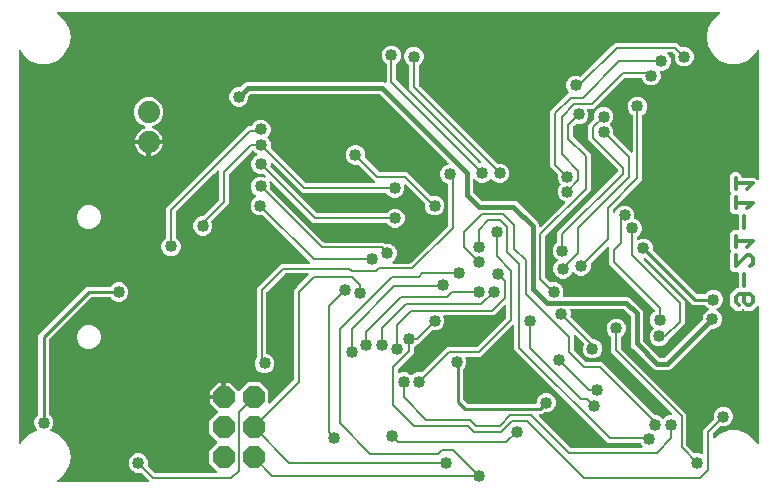
<source format=gbr>
G04 EAGLE Gerber RS-274X export*
G75*
%MOMM*%
%FSLAX34Y34*%
%LPD*%
%INBottom Copper*%
%IPPOS*%
%AMOC8*
5,1,8,0,0,1.08239X$1,22.5*%
G01*
%ADD10C,0.330200*%
%ADD11P,2.034460X8X112.500000*%
%ADD12C,1.879600*%
%ADD13C,1.016000*%
%ADD14C,0.203200*%
%ADD15C,0.406400*%
%ADD16C,0.279400*%

G36*
X113495Y4069D02*
X113495Y4069D01*
X113524Y4066D01*
X113635Y4089D01*
X113747Y4105D01*
X113774Y4117D01*
X113803Y4122D01*
X113903Y4174D01*
X114007Y4221D01*
X114029Y4240D01*
X114055Y4253D01*
X114137Y4331D01*
X114224Y4404D01*
X114240Y4429D01*
X114261Y4449D01*
X114319Y4547D01*
X114381Y4641D01*
X114390Y4669D01*
X114405Y4694D01*
X114433Y4804D01*
X114467Y4912D01*
X114468Y4942D01*
X114475Y4970D01*
X114472Y5083D01*
X114474Y5196D01*
X114467Y5225D01*
X114466Y5254D01*
X114431Y5362D01*
X114403Y5471D01*
X114388Y5497D01*
X114379Y5525D01*
X114333Y5588D01*
X114257Y5716D01*
X114212Y5759D01*
X114184Y5798D01*
X108046Y11935D01*
X108045Y11936D01*
X108044Y11937D01*
X107961Y12000D01*
X107959Y12002D01*
X107957Y12003D01*
X107929Y12024D01*
X107819Y12106D01*
X107818Y12107D01*
X107816Y12108D01*
X107683Y12158D01*
X107554Y12207D01*
X107552Y12207D01*
X107550Y12208D01*
X107412Y12219D01*
X107270Y12231D01*
X107269Y12231D01*
X107267Y12231D01*
X107252Y12227D01*
X107073Y12191D01*
X103793Y12191D01*
X100805Y13429D01*
X98519Y15715D01*
X97281Y18703D01*
X97281Y21937D01*
X98519Y24925D01*
X100805Y27211D01*
X103793Y28449D01*
X107027Y28449D01*
X110015Y27211D01*
X112301Y24925D01*
X113539Y21937D01*
X113539Y18650D01*
X113504Y18515D01*
X113504Y18513D01*
X113503Y18512D01*
X113508Y18371D01*
X113512Y18231D01*
X113512Y18229D01*
X113512Y18227D01*
X113556Y18093D01*
X113599Y17960D01*
X113599Y17958D01*
X113600Y17957D01*
X113609Y17945D01*
X113757Y17724D01*
X113780Y17704D01*
X113795Y17684D01*
X119496Y11982D01*
X119566Y11930D01*
X119630Y11870D01*
X119679Y11844D01*
X119724Y11811D01*
X119805Y11780D01*
X119883Y11740D01*
X119931Y11732D01*
X119989Y11710D01*
X120137Y11698D01*
X120214Y11685D01*
X171462Y11685D01*
X171491Y11689D01*
X171520Y11686D01*
X171631Y11709D01*
X171743Y11725D01*
X171770Y11737D01*
X171799Y11742D01*
X171899Y11794D01*
X172003Y11841D01*
X172025Y11860D01*
X172051Y11873D01*
X172133Y11951D01*
X172220Y12024D01*
X172236Y12049D01*
X172257Y12069D01*
X172315Y12167D01*
X172377Y12261D01*
X172386Y12289D01*
X172401Y12314D01*
X172429Y12424D01*
X172463Y12532D01*
X172464Y12562D01*
X172471Y12590D01*
X172468Y12703D01*
X172470Y12816D01*
X172463Y12845D01*
X172462Y12874D01*
X172427Y12982D01*
X172399Y13091D01*
X172384Y13117D01*
X172375Y13145D01*
X172329Y13208D01*
X172253Y13336D01*
X172208Y13379D01*
X172180Y13418D01*
X165353Y20244D01*
X165353Y30556D01*
X172180Y37382D01*
X172215Y37429D01*
X172257Y37469D01*
X172300Y37542D01*
X172351Y37609D01*
X172371Y37664D01*
X172401Y37714D01*
X172422Y37796D01*
X172452Y37875D01*
X172457Y37933D01*
X172471Y37990D01*
X172468Y38074D01*
X172475Y38158D01*
X172464Y38216D01*
X172462Y38274D01*
X172436Y38354D01*
X172420Y38437D01*
X172393Y38489D01*
X172375Y38545D01*
X172335Y38601D01*
X172289Y38689D01*
X172220Y38762D01*
X172180Y38818D01*
X165353Y45644D01*
X165353Y55956D01*
X172539Y63141D01*
X172574Y63188D01*
X172617Y63228D01*
X172659Y63301D01*
X172710Y63369D01*
X172731Y63423D01*
X172760Y63474D01*
X172781Y63555D01*
X172811Y63634D01*
X172816Y63693D01*
X172830Y63749D01*
X172828Y63833D01*
X172835Y63918D01*
X172823Y63975D01*
X172821Y64033D01*
X172795Y64114D01*
X172779Y64196D01*
X172752Y64248D01*
X172734Y64304D01*
X172694Y64360D01*
X172648Y64449D01*
X172579Y64521D01*
X172539Y64577D01*
X165861Y71255D01*
X165861Y74169D01*
X176784Y74169D01*
X176842Y74177D01*
X176900Y74175D01*
X176982Y74197D01*
X177065Y74209D01*
X177119Y74233D01*
X177175Y74247D01*
X177248Y74290D01*
X177325Y74325D01*
X177369Y74363D01*
X177420Y74393D01*
X177477Y74454D01*
X177542Y74509D01*
X177574Y74557D01*
X177614Y74600D01*
X177653Y74675D01*
X177699Y74745D01*
X177717Y74801D01*
X177744Y74853D01*
X177755Y74921D01*
X177785Y75016D01*
X177788Y75116D01*
X177799Y75184D01*
X177799Y76201D01*
X178816Y76201D01*
X178874Y76209D01*
X178932Y76208D01*
X179014Y76229D01*
X179097Y76241D01*
X179151Y76265D01*
X179207Y76279D01*
X179280Y76322D01*
X179357Y76357D01*
X179402Y76395D01*
X179452Y76425D01*
X179510Y76486D01*
X179574Y76541D01*
X179606Y76589D01*
X179646Y76632D01*
X179685Y76707D01*
X179731Y76777D01*
X179749Y76833D01*
X179776Y76885D01*
X179787Y76953D01*
X179817Y77048D01*
X179820Y77148D01*
X179831Y77216D01*
X179831Y88139D01*
X182745Y88139D01*
X189423Y81461D01*
X189470Y81426D01*
X189510Y81383D01*
X189583Y81341D01*
X189650Y81290D01*
X189705Y81269D01*
X189755Y81240D01*
X189837Y81219D01*
X189916Y81189D01*
X189974Y81184D01*
X190031Y81170D01*
X190115Y81172D01*
X190199Y81165D01*
X190256Y81177D01*
X190315Y81179D01*
X190395Y81205D01*
X190478Y81221D01*
X190530Y81248D01*
X190585Y81266D01*
X190642Y81306D01*
X190730Y81352D01*
X190803Y81421D01*
X190859Y81461D01*
X198044Y88647D01*
X208356Y88647D01*
X215647Y81356D01*
X215647Y71446D01*
X215651Y71417D01*
X215648Y71388D01*
X215671Y71277D01*
X215687Y71165D01*
X215699Y71138D01*
X215704Y71109D01*
X215756Y71009D01*
X215803Y70905D01*
X215822Y70883D01*
X215835Y70857D01*
X215913Y70775D01*
X215986Y70688D01*
X216011Y70672D01*
X216031Y70651D01*
X216129Y70593D01*
X216223Y70531D01*
X216251Y70522D01*
X216276Y70507D01*
X216386Y70479D01*
X216494Y70445D01*
X216524Y70444D01*
X216552Y70437D01*
X216665Y70440D01*
X216778Y70438D01*
X216807Y70445D01*
X216836Y70446D01*
X216944Y70481D01*
X217053Y70509D01*
X217079Y70524D01*
X217107Y70533D01*
X217170Y70579D01*
X217298Y70655D01*
X217341Y70700D01*
X217380Y70728D01*
X236938Y90286D01*
X236990Y90356D01*
X237050Y90420D01*
X237076Y90469D01*
X237109Y90514D01*
X237140Y90595D01*
X237180Y90673D01*
X237188Y90721D01*
X237210Y90779D01*
X237222Y90927D01*
X237235Y91004D01*
X237235Y166784D01*
X239914Y169462D01*
X249566Y179114D01*
X249583Y179138D01*
X249606Y179157D01*
X249669Y179251D01*
X249737Y179341D01*
X249747Y179369D01*
X249763Y179393D01*
X249798Y179501D01*
X249838Y179607D01*
X249840Y179636D01*
X249849Y179664D01*
X249852Y179778D01*
X249861Y179890D01*
X249856Y179919D01*
X249856Y179948D01*
X249828Y180058D01*
X249806Y180169D01*
X249792Y180195D01*
X249785Y180223D01*
X249727Y180321D01*
X249675Y180421D01*
X249654Y180443D01*
X249639Y180468D01*
X249557Y180545D01*
X249479Y180627D01*
X249453Y180642D01*
X249432Y180662D01*
X249331Y180714D01*
X249233Y180771D01*
X249205Y180778D01*
X249179Y180792D01*
X249102Y180805D01*
X248958Y180841D01*
X248895Y180839D01*
X248848Y180847D01*
X230196Y180847D01*
X230110Y180835D01*
X230022Y180832D01*
X229970Y180815D01*
X229915Y180807D01*
X229835Y180772D01*
X229752Y180745D01*
X229712Y180717D01*
X229655Y180691D01*
X229542Y180595D01*
X229478Y180550D01*
X214218Y165290D01*
X214166Y165220D01*
X214106Y165156D01*
X214080Y165107D01*
X214047Y165062D01*
X214016Y164981D01*
X213976Y164903D01*
X213968Y164855D01*
X213946Y164797D01*
X213934Y164649D01*
X213921Y164572D01*
X213921Y113472D01*
X213921Y113470D01*
X213921Y113469D01*
X213941Y113329D01*
X213961Y113190D01*
X213961Y113189D01*
X213961Y113187D01*
X214018Y113061D01*
X214077Y112931D01*
X214078Y112930D01*
X214079Y112928D01*
X214170Y112821D01*
X214260Y112714D01*
X214262Y112713D01*
X214263Y112712D01*
X214276Y112704D01*
X214497Y112556D01*
X214526Y112547D01*
X214547Y112534D01*
X216949Y111539D01*
X219235Y109253D01*
X220473Y106265D01*
X220473Y103031D01*
X219235Y100043D01*
X216949Y97757D01*
X213961Y96519D01*
X210727Y96519D01*
X207739Y97757D01*
X205453Y100043D01*
X204215Y103031D01*
X204215Y106265D01*
X205453Y109253D01*
X205494Y109294D01*
X205546Y109363D01*
X205606Y109427D01*
X205632Y109477D01*
X205665Y109521D01*
X205696Y109603D01*
X205736Y109681D01*
X205744Y109728D01*
X205766Y109787D01*
X205778Y109934D01*
X205791Y110012D01*
X205791Y168360D01*
X226408Y188977D01*
X249864Y188977D01*
X249893Y188981D01*
X249922Y188978D01*
X250033Y189001D01*
X250145Y189017D01*
X250172Y189029D01*
X250201Y189034D01*
X250301Y189086D01*
X250405Y189133D01*
X250427Y189152D01*
X250453Y189165D01*
X250535Y189243D01*
X250622Y189316D01*
X250638Y189341D01*
X250659Y189361D01*
X250717Y189459D01*
X250779Y189553D01*
X250788Y189581D01*
X250803Y189606D01*
X250831Y189716D01*
X250865Y189824D01*
X250866Y189854D01*
X250873Y189882D01*
X250870Y189995D01*
X250872Y190108D01*
X250865Y190137D01*
X250864Y190166D01*
X250829Y190274D01*
X250801Y190383D01*
X250786Y190409D01*
X250777Y190437D01*
X250731Y190500D01*
X250655Y190628D01*
X250610Y190671D01*
X250582Y190710D01*
X211424Y229867D01*
X211423Y229868D01*
X211422Y229870D01*
X211306Y229956D01*
X211197Y230038D01*
X211196Y230039D01*
X211194Y230040D01*
X211063Y230089D01*
X210932Y230139D01*
X210930Y230139D01*
X210928Y230140D01*
X210786Y230151D01*
X210648Y230163D01*
X210647Y230163D01*
X210645Y230163D01*
X210629Y230159D01*
X210451Y230123D01*
X207171Y230123D01*
X204183Y231361D01*
X201897Y233647D01*
X200659Y236635D01*
X200659Y239869D01*
X201897Y242857D01*
X204183Y245143D01*
X205032Y245495D01*
X205057Y245510D01*
X205085Y245518D01*
X205179Y245582D01*
X205277Y245639D01*
X205297Y245660D01*
X205321Y245677D01*
X205394Y245764D01*
X205472Y245846D01*
X205485Y245872D01*
X205504Y245894D01*
X205550Y245998D01*
X205602Y246099D01*
X205608Y246127D01*
X205620Y246154D01*
X205635Y246266D01*
X205657Y246377D01*
X205655Y246407D01*
X205659Y246436D01*
X205642Y246547D01*
X205633Y246661D01*
X205622Y246688D01*
X205618Y246717D01*
X205571Y246820D01*
X205531Y246926D01*
X205513Y246949D01*
X205501Y246976D01*
X205428Y247062D01*
X205359Y247153D01*
X205335Y247170D01*
X205317Y247193D01*
X205250Y247234D01*
X205131Y247323D01*
X205073Y247345D01*
X205032Y247371D01*
X204437Y247617D01*
X202151Y249903D01*
X200913Y252891D01*
X200913Y256125D01*
X202151Y259113D01*
X204437Y261399D01*
X207425Y262637D01*
X210659Y262637D01*
X212014Y262075D01*
X212097Y262054D01*
X212177Y262023D01*
X212234Y262019D01*
X212289Y262005D01*
X212375Y262007D01*
X212461Y262000D01*
X212516Y262011D01*
X212573Y262013D01*
X212655Y262039D01*
X212739Y262056D01*
X212790Y262082D01*
X212844Y262099D01*
X212915Y262147D01*
X212992Y262187D01*
X213033Y262226D01*
X213080Y262258D01*
X213136Y262323D01*
X213198Y262383D01*
X213227Y262432D01*
X213263Y262475D01*
X213298Y262554D01*
X213342Y262628D01*
X213356Y262683D01*
X213379Y262735D01*
X213390Y262820D01*
X213412Y262903D01*
X213410Y262960D01*
X213418Y263017D01*
X213405Y263102D01*
X213403Y263187D01*
X213385Y263242D01*
X213377Y263298D01*
X213342Y263376D01*
X213315Y263458D01*
X213286Y263498D01*
X213260Y263557D01*
X213166Y263667D01*
X213120Y263731D01*
X211932Y264919D01*
X211931Y264920D01*
X211930Y264922D01*
X211818Y265005D01*
X211705Y265090D01*
X211704Y265091D01*
X211702Y265092D01*
X211574Y265140D01*
X211440Y265191D01*
X211438Y265191D01*
X211436Y265192D01*
X211295Y265203D01*
X211156Y265215D01*
X211155Y265215D01*
X211153Y265215D01*
X211136Y265211D01*
X210959Y265175D01*
X207679Y265175D01*
X204691Y266413D01*
X202405Y268699D01*
X201167Y271687D01*
X201167Y274921D01*
X202405Y277909D01*
X204691Y280195D01*
X205540Y280547D01*
X205565Y280562D01*
X205593Y280570D01*
X205687Y280634D01*
X205785Y280691D01*
X205805Y280712D01*
X205829Y280729D01*
X205902Y280816D01*
X205980Y280898D01*
X205993Y280924D01*
X206012Y280946D01*
X206058Y281050D01*
X206110Y281151D01*
X206116Y281179D01*
X206128Y281206D01*
X206143Y281318D01*
X206165Y281429D01*
X206163Y281459D01*
X206167Y281488D01*
X206150Y281600D01*
X206141Y281713D01*
X206130Y281740D01*
X206126Y281769D01*
X206079Y281872D01*
X206039Y281978D01*
X206021Y282001D01*
X206009Y282028D01*
X205936Y282114D01*
X205867Y282205D01*
X205843Y282222D01*
X205825Y282245D01*
X205758Y282286D01*
X205639Y282375D01*
X205581Y282397D01*
X205540Y282423D01*
X204945Y282669D01*
X202949Y284665D01*
X202903Y284700D01*
X202862Y284743D01*
X202789Y284785D01*
X202722Y284836D01*
X202667Y284857D01*
X202617Y284886D01*
X202535Y284907D01*
X202456Y284937D01*
X202398Y284942D01*
X202341Y284956D01*
X202257Y284954D01*
X202173Y284961D01*
X202116Y284949D01*
X202057Y284947D01*
X201977Y284921D01*
X201894Y284905D01*
X201842Y284878D01*
X201787Y284860D01*
X201731Y284820D01*
X201642Y284774D01*
X201570Y284705D01*
X201513Y284665D01*
X182162Y265314D01*
X182110Y265244D01*
X182050Y265180D01*
X182024Y265131D01*
X181991Y265086D01*
X181960Y265005D01*
X181920Y264927D01*
X181912Y264879D01*
X181890Y264821D01*
X181878Y264673D01*
X181865Y264596D01*
X181865Y239616D01*
X179186Y236938D01*
X167661Y225412D01*
X167660Y225411D01*
X167659Y225410D01*
X167574Y225297D01*
X167490Y225185D01*
X167489Y225184D01*
X167488Y225183D01*
X167438Y225049D01*
X167389Y224920D01*
X167389Y224918D01*
X167388Y224917D01*
X167376Y224765D01*
X167365Y224636D01*
X167365Y224635D01*
X167365Y224633D01*
X167369Y224618D01*
X167421Y224358D01*
X167435Y224330D01*
X167441Y224306D01*
X168149Y222597D01*
X168149Y219363D01*
X166911Y216375D01*
X164625Y214089D01*
X161637Y212851D01*
X158403Y212851D01*
X155415Y214089D01*
X153129Y216375D01*
X151891Y219363D01*
X151891Y222597D01*
X153129Y225585D01*
X155415Y227871D01*
X158403Y229109D01*
X159440Y229109D01*
X159526Y229121D01*
X159614Y229124D01*
X159667Y229141D01*
X159721Y229149D01*
X159801Y229184D01*
X159884Y229211D01*
X159924Y229239D01*
X159981Y229265D01*
X160094Y229361D01*
X160158Y229406D01*
X173438Y242686D01*
X173490Y242756D01*
X173550Y242820D01*
X173576Y242869D01*
X173609Y242914D01*
X173640Y242995D01*
X173680Y243073D01*
X173688Y243121D01*
X173710Y243179D01*
X173722Y243327D01*
X173735Y243404D01*
X173735Y267136D01*
X173731Y267165D01*
X173734Y267194D01*
X173711Y267305D01*
X173695Y267417D01*
X173683Y267444D01*
X173678Y267473D01*
X173626Y267573D01*
X173579Y267677D01*
X173560Y267699D01*
X173547Y267725D01*
X173469Y267807D01*
X173396Y267894D01*
X173371Y267910D01*
X173351Y267931D01*
X173253Y267989D01*
X173159Y268051D01*
X173131Y268060D01*
X173106Y268075D01*
X172996Y268103D01*
X172888Y268137D01*
X172858Y268138D01*
X172830Y268145D01*
X172717Y268142D01*
X172604Y268144D01*
X172575Y268137D01*
X172546Y268136D01*
X172438Y268101D01*
X172329Y268073D01*
X172303Y268058D01*
X172275Y268049D01*
X172212Y268003D01*
X172084Y267927D01*
X172041Y267882D01*
X172002Y267854D01*
X169462Y265314D01*
X137458Y233310D01*
X137406Y233240D01*
X137346Y233176D01*
X137320Y233127D01*
X137287Y233082D01*
X137256Y233001D01*
X137216Y232923D01*
X137208Y232875D01*
X137186Y232817D01*
X137174Y232669D01*
X137161Y232592D01*
X137161Y211501D01*
X137161Y211500D01*
X137161Y211498D01*
X137181Y211359D01*
X137201Y211220D01*
X137201Y211218D01*
X137201Y211217D01*
X137259Y211090D01*
X137317Y210960D01*
X137318Y210959D01*
X137319Y210958D01*
X137411Y210849D01*
X137500Y210743D01*
X137502Y210742D01*
X137503Y210741D01*
X137516Y210733D01*
X137668Y210631D01*
X139987Y208313D01*
X141225Y205325D01*
X141225Y202091D01*
X139987Y199103D01*
X137701Y196817D01*
X134713Y195579D01*
X131479Y195579D01*
X128491Y196817D01*
X126205Y199103D01*
X124967Y202091D01*
X124967Y205325D01*
X126205Y208313D01*
X128529Y210636D01*
X128649Y210708D01*
X128650Y210709D01*
X128652Y210710D01*
X128747Y210812D01*
X128844Y210914D01*
X128845Y210916D01*
X128846Y210917D01*
X128910Y211042D01*
X128975Y211167D01*
X128975Y211169D01*
X128976Y211170D01*
X128978Y211185D01*
X129030Y211446D01*
X129027Y211477D01*
X129031Y211501D01*
X129031Y236380D01*
X163714Y271062D01*
X198416Y305765D01*
X201060Y305765D01*
X201062Y305765D01*
X201064Y305765D01*
X201204Y305785D01*
X201342Y305805D01*
X201343Y305805D01*
X201345Y305805D01*
X201473Y305863D01*
X201601Y305921D01*
X201603Y305922D01*
X201604Y305923D01*
X201711Y306014D01*
X201818Y306104D01*
X201819Y306106D01*
X201820Y306107D01*
X201829Y306120D01*
X201976Y306341D01*
X201985Y306370D01*
X201998Y306391D01*
X202405Y307373D01*
X204691Y309659D01*
X207679Y310897D01*
X210913Y310897D01*
X213901Y309659D01*
X216187Y307373D01*
X217425Y304385D01*
X217425Y301151D01*
X216187Y298163D01*
X215033Y297009D01*
X214998Y296962D01*
X214955Y296922D01*
X214912Y296849D01*
X214862Y296782D01*
X214841Y296727D01*
X214811Y296677D01*
X214791Y296595D01*
X214761Y296516D01*
X214756Y296458D01*
X214741Y296401D01*
X214744Y296317D01*
X214737Y296233D01*
X214748Y296175D01*
X214750Y296117D01*
X214776Y296037D01*
X214793Y295954D01*
X214820Y295902D01*
X214838Y295846D01*
X214878Y295790D01*
X214924Y295702D01*
X214993Y295629D01*
X215033Y295573D01*
X216441Y294165D01*
X217679Y291177D01*
X217679Y287890D01*
X217644Y287755D01*
X217644Y287753D01*
X217643Y287752D01*
X217648Y287613D01*
X217652Y287471D01*
X217652Y287469D01*
X217652Y287467D01*
X217696Y287332D01*
X217738Y287200D01*
X217739Y287199D01*
X217740Y287197D01*
X217749Y287184D01*
X217897Y286964D01*
X217920Y286944D01*
X217935Y286924D01*
X247296Y257562D01*
X247366Y257510D01*
X247430Y257450D01*
X247479Y257424D01*
X247524Y257391D01*
X247605Y257360D01*
X247683Y257320D01*
X247731Y257312D01*
X247789Y257290D01*
X247937Y257278D01*
X248014Y257265D01*
X305020Y257265D01*
X305049Y257269D01*
X305078Y257266D01*
X305189Y257289D01*
X305301Y257305D01*
X305328Y257317D01*
X305357Y257322D01*
X305457Y257374D01*
X305561Y257421D01*
X305583Y257440D01*
X305609Y257453D01*
X305691Y257531D01*
X305778Y257604D01*
X305794Y257629D01*
X305815Y257649D01*
X305873Y257747D01*
X305935Y257841D01*
X305944Y257869D01*
X305959Y257894D01*
X305987Y258004D01*
X306021Y258112D01*
X306022Y258142D01*
X306029Y258170D01*
X306026Y258283D01*
X306028Y258396D01*
X306021Y258425D01*
X306020Y258454D01*
X305985Y258562D01*
X305957Y258671D01*
X305942Y258697D01*
X305933Y258725D01*
X305887Y258788D01*
X305811Y258916D01*
X305766Y258959D01*
X305738Y258998D01*
X291942Y272793D01*
X291941Y272794D01*
X291940Y272796D01*
X291824Y272883D01*
X291715Y272964D01*
X291714Y272965D01*
X291712Y272966D01*
X291581Y273015D01*
X291450Y273065D01*
X291448Y273065D01*
X291446Y273066D01*
X291304Y273077D01*
X291166Y273089D01*
X291165Y273089D01*
X291163Y273089D01*
X291147Y273085D01*
X290969Y273049D01*
X287689Y273049D01*
X284701Y274287D01*
X282415Y276573D01*
X281177Y279561D01*
X281177Y282795D01*
X282415Y285783D01*
X284701Y288069D01*
X287689Y289307D01*
X290923Y289307D01*
X293911Y288069D01*
X296197Y285783D01*
X297435Y282795D01*
X297435Y279508D01*
X297400Y279373D01*
X297400Y279371D01*
X297399Y279370D01*
X297404Y279231D01*
X297408Y279089D01*
X297408Y279087D01*
X297408Y279085D01*
X297451Y278954D01*
X297494Y278818D01*
X297495Y278817D01*
X297496Y278815D01*
X297505Y278802D01*
X297653Y278582D01*
X297676Y278562D01*
X297691Y278542D01*
X308980Y267252D01*
X309050Y267200D01*
X309114Y267140D01*
X309163Y267114D01*
X309208Y267081D01*
X309289Y267050D01*
X309367Y267010D01*
X309415Y267002D01*
X309473Y266980D01*
X309621Y266968D01*
X309698Y266955D01*
X332900Y266955D01*
X335578Y264276D01*
X353366Y246488D01*
X353368Y246487D01*
X353369Y246486D01*
X353482Y246401D01*
X353594Y246317D01*
X353595Y246317D01*
X353596Y246316D01*
X353727Y246266D01*
X353859Y246216D01*
X353861Y246216D01*
X353862Y246215D01*
X354001Y246204D01*
X354143Y246192D01*
X354144Y246193D01*
X354146Y246193D01*
X354161Y246196D01*
X354421Y246248D01*
X354448Y246262D01*
X354473Y246268D01*
X354745Y246381D01*
X357979Y246381D01*
X360967Y245143D01*
X363253Y242857D01*
X364491Y239869D01*
X364491Y236635D01*
X363253Y233647D01*
X360967Y231361D01*
X357979Y230123D01*
X354745Y230123D01*
X351757Y231361D01*
X349471Y233647D01*
X348233Y236635D01*
X348233Y239704D01*
X348221Y239790D01*
X348218Y239878D01*
X348201Y239931D01*
X348193Y239985D01*
X348158Y240065D01*
X348131Y240148D01*
X348103Y240188D01*
X348077Y240245D01*
X347981Y240358D01*
X347936Y240422D01*
X332250Y256107D01*
X332182Y256159D01*
X332119Y256218D01*
X332069Y256244D01*
X332023Y256278D01*
X331943Y256309D01*
X331867Y256348D01*
X331811Y256359D01*
X331758Y256379D01*
X331672Y256386D01*
X331588Y256403D01*
X331531Y256398D01*
X331474Y256403D01*
X331390Y256386D01*
X331304Y256379D01*
X331251Y256358D01*
X331196Y256347D01*
X331119Y256307D01*
X331039Y256277D01*
X330994Y256242D01*
X330943Y256216D01*
X330881Y256157D01*
X330812Y256105D01*
X330778Y256060D01*
X330737Y256020D01*
X330694Y255946D01*
X330642Y255877D01*
X330622Y255824D01*
X330593Y255775D01*
X330572Y255692D01*
X330542Y255611D01*
X330537Y255555D01*
X330523Y255499D01*
X330526Y255414D01*
X330519Y255328D01*
X330530Y255280D01*
X330532Y255215D01*
X330577Y255077D01*
X330595Y255001D01*
X330671Y254817D01*
X330671Y251583D01*
X329433Y248595D01*
X327147Y246309D01*
X324159Y245071D01*
X320925Y245071D01*
X317937Y246309D01*
X315614Y248633D01*
X315542Y248753D01*
X315541Y248754D01*
X315540Y248756D01*
X315438Y248851D01*
X315336Y248948D01*
X315334Y248949D01*
X315333Y248950D01*
X315208Y249014D01*
X315083Y249079D01*
X315081Y249079D01*
X315080Y249080D01*
X315065Y249082D01*
X314804Y249134D01*
X314773Y249131D01*
X314749Y249135D01*
X244226Y249135D01*
X219158Y274204D01*
X219134Y274221D01*
X219115Y274244D01*
X219021Y274307D01*
X218931Y274375D01*
X218903Y274385D01*
X218879Y274401D01*
X218771Y274436D01*
X218665Y274476D01*
X218636Y274478D01*
X218608Y274487D01*
X218494Y274490D01*
X218382Y274499D01*
X218353Y274494D01*
X218324Y274494D01*
X218214Y274466D01*
X218103Y274444D01*
X218077Y274430D01*
X218049Y274423D01*
X217951Y274365D01*
X217851Y274313D01*
X217829Y274292D01*
X217804Y274277D01*
X217727Y274195D01*
X217645Y274117D01*
X217630Y274091D01*
X217610Y274070D01*
X217558Y273969D01*
X217501Y273871D01*
X217494Y273843D01*
X217480Y273817D01*
X217467Y273740D01*
X217431Y273596D01*
X217433Y273533D01*
X217425Y273486D01*
X217425Y271634D01*
X217390Y271499D01*
X217390Y271497D01*
X217389Y271496D01*
X217394Y271352D01*
X217398Y271215D01*
X217398Y271213D01*
X217398Y271211D01*
X217442Y271076D01*
X217484Y270944D01*
X217485Y270943D01*
X217486Y270941D01*
X217495Y270928D01*
X217643Y270708D01*
X217666Y270688D01*
X217681Y270668D01*
X256402Y231946D01*
X256472Y231894D01*
X256536Y231834D01*
X256585Y231808D01*
X256630Y231775D01*
X256711Y231744D01*
X256789Y231704D01*
X256837Y231696D01*
X256895Y231674D01*
X257043Y231662D01*
X257120Y231649D01*
X315041Y231649D01*
X315042Y231649D01*
X315044Y231649D01*
X315183Y231669D01*
X315322Y231689D01*
X315324Y231689D01*
X315325Y231689D01*
X315452Y231747D01*
X315582Y231805D01*
X315583Y231806D01*
X315584Y231807D01*
X315693Y231899D01*
X315799Y231988D01*
X315800Y231990D01*
X315801Y231991D01*
X315809Y232004D01*
X315911Y232156D01*
X318229Y234475D01*
X321217Y235713D01*
X324451Y235713D01*
X327439Y234475D01*
X329725Y232189D01*
X330963Y229201D01*
X330963Y225967D01*
X329725Y222979D01*
X327439Y220693D01*
X324451Y219455D01*
X321217Y219455D01*
X318229Y220693D01*
X315906Y223017D01*
X315834Y223137D01*
X315833Y223138D01*
X315832Y223140D01*
X315730Y223235D01*
X315628Y223332D01*
X315626Y223333D01*
X315625Y223334D01*
X315500Y223398D01*
X315375Y223463D01*
X315373Y223463D01*
X315372Y223464D01*
X315357Y223466D01*
X315096Y223518D01*
X315065Y223515D01*
X315041Y223519D01*
X253332Y223519D01*
X218265Y258586D01*
X218197Y258638D01*
X218134Y258697D01*
X218084Y258723D01*
X218038Y258757D01*
X217958Y258788D01*
X217881Y258827D01*
X217826Y258838D01*
X217772Y258858D01*
X217687Y258866D01*
X217603Y258882D01*
X217546Y258877D01*
X217489Y258882D01*
X217405Y258865D01*
X217319Y258858D01*
X217266Y258837D01*
X217210Y258826D01*
X217134Y258786D01*
X217054Y258756D01*
X217009Y258721D01*
X216958Y258695D01*
X216896Y258636D01*
X216827Y258584D01*
X216793Y258538D01*
X216752Y258499D01*
X216709Y258425D01*
X216657Y258356D01*
X216637Y258303D01*
X216608Y258254D01*
X216587Y258171D01*
X216557Y258090D01*
X216552Y258034D01*
X216538Y257978D01*
X216541Y257893D01*
X216534Y257807D01*
X216545Y257759D01*
X216547Y257694D01*
X216592Y257556D01*
X216609Y257480D01*
X217171Y256125D01*
X217171Y252838D01*
X217136Y252703D01*
X217136Y252701D01*
X217135Y252700D01*
X217140Y252561D01*
X217144Y252419D01*
X217144Y252417D01*
X217144Y252415D01*
X217187Y252284D01*
X217230Y252148D01*
X217231Y252147D01*
X217232Y252145D01*
X217241Y252132D01*
X217389Y251912D01*
X217412Y251892D01*
X217427Y251872D01*
X261990Y207308D01*
X262060Y207256D01*
X262124Y207196D01*
X262173Y207170D01*
X262218Y207137D01*
X262299Y207106D01*
X262377Y207066D01*
X262425Y207058D01*
X262483Y207036D01*
X262631Y207024D01*
X262708Y207011D01*
X313088Y207011D01*
X313806Y206292D01*
X313876Y206240D01*
X313940Y206180D01*
X313989Y206154D01*
X314033Y206121D01*
X314115Y206090D01*
X314193Y206050D01*
X314241Y206042D01*
X314299Y206020D01*
X314447Y206008D01*
X314524Y205995D01*
X317847Y205995D01*
X320835Y204757D01*
X323121Y202471D01*
X324359Y199483D01*
X324359Y196249D01*
X323121Y193261D01*
X320824Y190964D01*
X320806Y190940D01*
X320784Y190921D01*
X320721Y190827D01*
X320653Y190737D01*
X320642Y190709D01*
X320626Y190685D01*
X320592Y190577D01*
X320552Y190471D01*
X320549Y190442D01*
X320540Y190414D01*
X320537Y190300D01*
X320528Y190188D01*
X320534Y190159D01*
X320533Y190130D01*
X320562Y190020D01*
X320584Y189909D01*
X320597Y189883D01*
X320605Y189855D01*
X320663Y189757D01*
X320715Y189657D01*
X320735Y189635D01*
X320750Y189610D01*
X320833Y189533D01*
X320911Y189451D01*
X320936Y189436D01*
X320957Y189416D01*
X321058Y189364D01*
X321156Y189307D01*
X321184Y189300D01*
X321210Y189286D01*
X321288Y189273D01*
X321431Y189237D01*
X321494Y189239D01*
X321542Y189231D01*
X335462Y189231D01*
X335548Y189243D01*
X335636Y189246D01*
X335688Y189263D01*
X335743Y189271D01*
X335823Y189306D01*
X335906Y189333D01*
X335946Y189361D01*
X336003Y189387D01*
X336116Y189483D01*
X336180Y189528D01*
X367748Y221096D01*
X367800Y221166D01*
X367860Y221230D01*
X367886Y221279D01*
X367919Y221324D01*
X367950Y221405D01*
X367990Y221483D01*
X367998Y221531D01*
X368020Y221589D01*
X368032Y221737D01*
X368045Y221814D01*
X368045Y255972D01*
X368045Y255973D01*
X368045Y255975D01*
X368025Y256115D01*
X368005Y256253D01*
X368005Y256254D01*
X368005Y256256D01*
X367949Y256379D01*
X367889Y256512D01*
X367888Y256514D01*
X367887Y256515D01*
X367796Y256622D01*
X367706Y256729D01*
X367704Y256730D01*
X367703Y256732D01*
X367690Y256740D01*
X367469Y256887D01*
X367440Y256896D01*
X367419Y256909D01*
X364711Y258031D01*
X362425Y260317D01*
X361187Y263305D01*
X361187Y266539D01*
X362425Y269527D01*
X364711Y271813D01*
X367566Y272996D01*
X367665Y273054D01*
X367767Y273107D01*
X367787Y273126D01*
X367811Y273140D01*
X367890Y273223D01*
X367973Y273303D01*
X367987Y273327D01*
X368006Y273347D01*
X368059Y273449D01*
X368117Y273548D01*
X368123Y273575D01*
X368136Y273599D01*
X368158Y273712D01*
X368187Y273823D01*
X368186Y273851D01*
X368191Y273878D01*
X368181Y273993D01*
X368178Y274108D01*
X368169Y274134D01*
X368167Y274162D01*
X368126Y274269D01*
X368090Y274378D01*
X368076Y274398D01*
X368065Y274427D01*
X367904Y274639D01*
X367895Y274651D01*
X309851Y332696D01*
X309781Y332748D01*
X309717Y332808D01*
X309668Y332834D01*
X309624Y332867D01*
X309542Y332898D01*
X309464Y332938D01*
X309416Y332946D01*
X309358Y332968D01*
X309210Y332980D01*
X309133Y332993D01*
X200899Y332993D01*
X200812Y332981D01*
X200725Y332978D01*
X200672Y332961D01*
X200618Y332953D01*
X200538Y332918D01*
X200455Y332891D01*
X200415Y332863D01*
X200358Y332837D01*
X200245Y332741D01*
X200181Y332696D01*
X198926Y331441D01*
X198874Y331371D01*
X198814Y331307D01*
X198788Y331258D01*
X198755Y331214D01*
X198724Y331132D01*
X198684Y331054D01*
X198676Y331006D01*
X198654Y330948D01*
X198642Y330800D01*
X198629Y330723D01*
X198629Y328583D01*
X197391Y325595D01*
X195105Y323309D01*
X192117Y322071D01*
X188883Y322071D01*
X185895Y323309D01*
X183609Y325595D01*
X182371Y328583D01*
X182371Y331817D01*
X183609Y334805D01*
X185895Y337091D01*
X188883Y338329D01*
X191023Y338329D01*
X191110Y338341D01*
X191197Y338344D01*
X191250Y338361D01*
X191304Y338369D01*
X191384Y338404D01*
X191467Y338431D01*
X191507Y338459D01*
X191564Y338485D01*
X191677Y338581D01*
X191741Y338626D01*
X195496Y342381D01*
X197363Y343155D01*
X312669Y343155D01*
X314331Y342466D01*
X314443Y342437D01*
X314552Y342403D01*
X314580Y342402D01*
X314607Y342395D01*
X314721Y342398D01*
X314836Y342395D01*
X314863Y342402D01*
X314891Y342403D01*
X315000Y342438D01*
X315111Y342467D01*
X315135Y342481D01*
X315162Y342490D01*
X315257Y342554D01*
X315356Y342612D01*
X315375Y342633D01*
X315398Y342648D01*
X315472Y342736D01*
X315550Y342820D01*
X315563Y342844D01*
X315581Y342866D01*
X315627Y342970D01*
X315680Y343073D01*
X315684Y343097D01*
X315696Y343125D01*
X315733Y343389D01*
X315735Y343404D01*
X315735Y357727D01*
X315735Y357728D01*
X315735Y357730D01*
X315715Y357869D01*
X315695Y358008D01*
X315695Y358010D01*
X315695Y358011D01*
X315637Y358138D01*
X315579Y358268D01*
X315578Y358269D01*
X315577Y358270D01*
X315485Y358378D01*
X315396Y358485D01*
X315394Y358486D01*
X315393Y358487D01*
X315380Y358495D01*
X315228Y358597D01*
X312909Y360915D01*
X311671Y363903D01*
X311671Y367137D01*
X312909Y370125D01*
X315195Y372411D01*
X318183Y373649D01*
X321417Y373649D01*
X324405Y372411D01*
X326691Y370125D01*
X327929Y367137D01*
X327929Y363903D01*
X326691Y360915D01*
X324367Y358592D01*
X324247Y358520D01*
X324246Y358519D01*
X324244Y358518D01*
X324149Y358416D01*
X324052Y358314D01*
X324051Y358312D01*
X324050Y358311D01*
X323986Y358186D01*
X323921Y358061D01*
X323921Y358059D01*
X323920Y358058D01*
X323918Y358043D01*
X323866Y357782D01*
X323869Y357751D01*
X323865Y357727D01*
X323865Y344990D01*
X323877Y344904D01*
X323880Y344816D01*
X323897Y344764D01*
X323905Y344709D01*
X323940Y344629D01*
X323967Y344546D01*
X323995Y344506D01*
X324021Y344449D01*
X324117Y344336D01*
X324162Y344272D01*
X394112Y274323D01*
X394113Y274322D01*
X394114Y274320D01*
X394230Y274234D01*
X394339Y274152D01*
X394340Y274151D01*
X394342Y274150D01*
X394474Y274100D01*
X394604Y274051D01*
X394606Y274051D01*
X394608Y274050D01*
X394749Y274039D01*
X394888Y274027D01*
X394889Y274027D01*
X394891Y274027D01*
X394906Y274031D01*
X395166Y274083D01*
X395194Y274097D01*
X395218Y274103D01*
X395296Y274135D01*
X395395Y274193D01*
X395496Y274246D01*
X395516Y274265D01*
X395540Y274279D01*
X395619Y274363D01*
X395702Y274442D01*
X395717Y274466D01*
X395736Y274486D01*
X395788Y274588D01*
X395846Y274687D01*
X395853Y274714D01*
X395866Y274739D01*
X395888Y274852D01*
X395916Y274963D01*
X395915Y274990D01*
X395921Y275018D01*
X395911Y275132D01*
X395907Y275247D01*
X395899Y275273D01*
X395896Y275301D01*
X395855Y275408D01*
X395820Y275517D01*
X395805Y275538D01*
X395794Y275566D01*
X395633Y275779D01*
X395625Y275791D01*
X395623Y275793D01*
X395622Y275793D01*
X334771Y336644D01*
X334771Y356697D01*
X334771Y356698D01*
X334771Y356700D01*
X334752Y356837D01*
X334731Y356978D01*
X334731Y356980D01*
X334731Y356981D01*
X334673Y357108D01*
X334615Y357238D01*
X334614Y357239D01*
X334613Y357240D01*
X334521Y357349D01*
X334432Y357455D01*
X334430Y357456D01*
X334429Y357457D01*
X334416Y357465D01*
X334264Y357567D01*
X331945Y359885D01*
X330707Y362873D01*
X330707Y366107D01*
X331945Y369095D01*
X334231Y371381D01*
X337219Y372619D01*
X340453Y372619D01*
X343441Y371381D01*
X345727Y369095D01*
X346965Y366107D01*
X346965Y362873D01*
X345727Y359885D01*
X343403Y357562D01*
X343283Y357490D01*
X343282Y357489D01*
X343280Y357488D01*
X343185Y357386D01*
X343088Y357284D01*
X343087Y357282D01*
X343086Y357281D01*
X343022Y357156D01*
X342957Y357031D01*
X342957Y357029D01*
X342956Y357028D01*
X342954Y357013D01*
X342902Y356752D01*
X342905Y356721D01*
X342901Y356697D01*
X342901Y340432D01*
X342913Y340346D01*
X342916Y340258D01*
X342933Y340206D01*
X342941Y340151D01*
X342976Y340071D01*
X343003Y339988D01*
X343031Y339948D01*
X343057Y339891D01*
X343153Y339778D01*
X343198Y339714D01*
X408844Y274069D01*
X408845Y274068D01*
X408846Y274066D01*
X408962Y273979D01*
X409071Y273898D01*
X409072Y273897D01*
X409074Y273896D01*
X409205Y273847D01*
X409336Y273797D01*
X409338Y273797D01*
X409340Y273796D01*
X409482Y273785D01*
X409620Y273773D01*
X409621Y273773D01*
X409623Y273773D01*
X409639Y273777D01*
X409817Y273813D01*
X413097Y273813D01*
X416085Y272575D01*
X418371Y270289D01*
X419609Y267301D01*
X419609Y264067D01*
X418371Y261079D01*
X416085Y258793D01*
X413097Y257555D01*
X409863Y257555D01*
X406875Y258793D01*
X404705Y260963D01*
X404658Y260998D01*
X404618Y261041D01*
X404545Y261084D01*
X404478Y261134D01*
X404423Y261155D01*
X404373Y261185D01*
X404291Y261205D01*
X404212Y261235D01*
X404154Y261240D01*
X404097Y261255D01*
X404013Y261252D01*
X403929Y261259D01*
X403871Y261248D01*
X403813Y261246D01*
X403733Y261220D01*
X403650Y261203D01*
X403598Y261176D01*
X403542Y261158D01*
X403486Y261118D01*
X403398Y261072D01*
X403325Y261003D01*
X403269Y260963D01*
X401353Y259047D01*
X398365Y257809D01*
X395131Y257809D01*
X392143Y259047D01*
X390354Y260836D01*
X390330Y260854D01*
X390311Y260876D01*
X390217Y260939D01*
X390127Y261007D01*
X390099Y261018D01*
X390075Y261034D01*
X389967Y261068D01*
X389861Y261108D01*
X389832Y261111D01*
X389804Y261120D01*
X389690Y261123D01*
X389578Y261132D01*
X389549Y261126D01*
X389520Y261127D01*
X389410Y261098D01*
X389299Y261076D01*
X389273Y261063D01*
X389245Y261055D01*
X389147Y260997D01*
X389047Y260945D01*
X389025Y260925D01*
X389000Y260910D01*
X388923Y260827D01*
X388841Y260749D01*
X388826Y260724D01*
X388806Y260703D01*
X388754Y260602D01*
X388697Y260504D01*
X388690Y260476D01*
X388676Y260450D01*
X388663Y260372D01*
X388627Y260229D01*
X388629Y260166D01*
X388621Y260118D01*
X388621Y250175D01*
X388633Y250088D01*
X388636Y250001D01*
X388653Y249948D01*
X388661Y249894D01*
X388696Y249814D01*
X388723Y249731D01*
X388751Y249691D01*
X388777Y249634D01*
X388873Y249521D01*
X388918Y249457D01*
X395507Y242868D01*
X395577Y242816D01*
X395641Y242756D01*
X395690Y242730D01*
X395734Y242697D01*
X395816Y242666D01*
X395894Y242626D01*
X395942Y242618D01*
X396000Y242596D01*
X396148Y242584D01*
X396225Y242571D01*
X423921Y242571D01*
X425788Y241797D01*
X443727Y223858D01*
X444501Y221991D01*
X444501Y220798D01*
X444505Y220769D01*
X444502Y220740D01*
X444525Y220629D01*
X444541Y220517D01*
X444553Y220490D01*
X444558Y220461D01*
X444610Y220361D01*
X444657Y220257D01*
X444676Y220235D01*
X444689Y220209D01*
X444767Y220127D01*
X444840Y220040D01*
X444865Y220024D01*
X444885Y220003D01*
X444983Y219945D01*
X445077Y219883D01*
X445105Y219874D01*
X445130Y219859D01*
X445240Y219831D01*
X445348Y219797D01*
X445378Y219796D01*
X445406Y219789D01*
X445519Y219792D01*
X445632Y219790D01*
X445661Y219797D01*
X445690Y219798D01*
X445798Y219833D01*
X445907Y219861D01*
X445933Y219876D01*
X445961Y219885D01*
X446024Y219931D01*
X446152Y220007D01*
X446195Y220052D01*
X446234Y220080D01*
X466788Y240635D01*
X466857Y240726D01*
X466931Y240815D01*
X466943Y240840D01*
X466959Y240862D01*
X467000Y240969D01*
X467047Y241074D01*
X467051Y241102D01*
X467061Y241128D01*
X467070Y241242D01*
X467086Y241356D01*
X467082Y241383D01*
X467084Y241411D01*
X467062Y241524D01*
X467045Y241637D01*
X467034Y241663D01*
X467028Y241690D01*
X466975Y241792D01*
X466928Y241896D01*
X466910Y241917D01*
X466897Y241942D01*
X466818Y242025D01*
X466744Y242113D01*
X466723Y242126D01*
X466702Y242148D01*
X466472Y242283D01*
X466459Y242291D01*
X464025Y243299D01*
X461739Y245585D01*
X460501Y248573D01*
X460501Y251807D01*
X461739Y254795D01*
X462766Y255822D01*
X462801Y255869D01*
X462844Y255909D01*
X462887Y255982D01*
X462937Y256049D01*
X462958Y256104D01*
X462988Y256154D01*
X463008Y256236D01*
X463038Y256315D01*
X463043Y256373D01*
X463058Y256430D01*
X463055Y256514D01*
X463062Y256598D01*
X463051Y256656D01*
X463049Y256714D01*
X463023Y256794D01*
X463006Y256877D01*
X462979Y256929D01*
X462961Y256985D01*
X462921Y257041D01*
X462875Y257129D01*
X462806Y257202D01*
X462766Y257258D01*
X461739Y258285D01*
X460501Y261273D01*
X460501Y264560D01*
X460536Y264695D01*
X460536Y264697D01*
X460537Y264698D01*
X460532Y264839D01*
X460528Y264979D01*
X460528Y264981D01*
X460528Y264983D01*
X460484Y265117D01*
X460441Y265250D01*
X460441Y265252D01*
X460440Y265253D01*
X460431Y265265D01*
X460283Y265486D01*
X460260Y265506D01*
X460245Y265526D01*
X454405Y271366D01*
X454405Y318168D01*
X469704Y333466D01*
X469739Y333513D01*
X469782Y333553D01*
X469824Y333626D01*
X469875Y333694D01*
X469896Y333748D01*
X469925Y333799D01*
X469946Y333881D01*
X469976Y333959D01*
X469981Y334018D01*
X469995Y334074D01*
X469993Y334159D01*
X470000Y334243D01*
X469988Y334300D01*
X469986Y334358D01*
X469960Y334439D01*
X469944Y334521D01*
X469917Y334573D01*
X469899Y334629D01*
X469859Y334685D01*
X469813Y334774D01*
X469744Y334846D01*
X469704Y334902D01*
X469105Y335501D01*
X467867Y338489D01*
X467867Y341723D01*
X469105Y344711D01*
X471391Y346997D01*
X474379Y348235D01*
X477613Y348235D01*
X479322Y347527D01*
X479324Y347526D01*
X479325Y347526D01*
X479459Y347491D01*
X479597Y347456D01*
X479599Y347456D01*
X479600Y347455D01*
X479741Y347460D01*
X479882Y347464D01*
X479883Y347464D01*
X479885Y347465D01*
X480017Y347507D01*
X480152Y347551D01*
X480154Y347552D01*
X480155Y347552D01*
X480167Y347561D01*
X480388Y347709D01*
X480408Y347732D01*
X480428Y347747D01*
X506178Y373496D01*
X508856Y376175D01*
X561500Y376175D01*
X565054Y372621D01*
X565055Y372620D01*
X565056Y372618D01*
X565168Y372535D01*
X565281Y372450D01*
X565282Y372449D01*
X565284Y372448D01*
X565414Y372399D01*
X565546Y372349D01*
X565548Y372349D01*
X565550Y372348D01*
X565691Y372337D01*
X565830Y372325D01*
X565831Y372325D01*
X565833Y372325D01*
X565850Y372329D01*
X566027Y372365D01*
X569307Y372365D01*
X572295Y371127D01*
X574581Y368841D01*
X575819Y365853D01*
X575819Y362619D01*
X574581Y359631D01*
X572295Y357345D01*
X569307Y356107D01*
X566073Y356107D01*
X563085Y357345D01*
X560799Y359631D01*
X559561Y362619D01*
X559561Y365906D01*
X559562Y365908D01*
X559596Y366041D01*
X559596Y366043D01*
X559597Y366044D01*
X559592Y366183D01*
X559588Y366325D01*
X559588Y366327D01*
X559588Y366329D01*
X559544Y366463D01*
X559502Y366596D01*
X559501Y366597D01*
X559500Y366599D01*
X559490Y366613D01*
X559343Y366832D01*
X559320Y366852D01*
X559305Y366872D01*
X558430Y367748D01*
X558360Y367800D01*
X558296Y367860D01*
X558247Y367886D01*
X558202Y367919D01*
X558121Y367950D01*
X558043Y367990D01*
X557995Y367998D01*
X557937Y368020D01*
X557789Y368032D01*
X557712Y368045D01*
X554460Y368045D01*
X554430Y368041D01*
X554401Y368044D01*
X554290Y368021D01*
X554178Y368005D01*
X554151Y367993D01*
X554122Y367988D01*
X554022Y367935D01*
X553919Y367889D01*
X553896Y367870D01*
X553870Y367857D01*
X553788Y367779D01*
X553702Y367706D01*
X553685Y367681D01*
X553664Y367661D01*
X553607Y367563D01*
X553544Y367469D01*
X553535Y367441D01*
X553520Y367416D01*
X553493Y367306D01*
X553458Y367198D01*
X553457Y367168D01*
X553450Y367140D01*
X553454Y367027D01*
X553451Y366914D01*
X553458Y366885D01*
X553459Y366856D01*
X553494Y366748D01*
X553523Y366639D01*
X553538Y366613D01*
X553547Y366585D01*
X553592Y366521D01*
X553668Y366394D01*
X553714Y366351D01*
X553742Y366312D01*
X555023Y365031D01*
X556261Y362043D01*
X556261Y358809D01*
X555023Y355821D01*
X552737Y353535D01*
X549749Y352297D01*
X548131Y352297D01*
X548017Y352281D01*
X547903Y352271D01*
X547877Y352261D01*
X547849Y352257D01*
X547745Y352210D01*
X547637Y352169D01*
X547615Y352153D01*
X547590Y352141D01*
X547502Y352067D01*
X547411Y351998D01*
X547394Y351975D01*
X547373Y351958D01*
X547309Y351862D01*
X547241Y351770D01*
X547231Y351744D01*
X547215Y351721D01*
X547181Y351611D01*
X547140Y351504D01*
X547138Y351476D01*
X547130Y351450D01*
X547127Y351335D01*
X547117Y351221D01*
X547123Y351196D01*
X547122Y351166D01*
X547189Y350909D01*
X547193Y350893D01*
X547625Y349851D01*
X547625Y346617D01*
X546387Y343629D01*
X544101Y341343D01*
X541113Y340105D01*
X537879Y340105D01*
X534891Y341343D01*
X532605Y343629D01*
X531694Y345829D01*
X531693Y345830D01*
X531693Y345831D01*
X531623Y345948D01*
X531549Y346073D01*
X531548Y346074D01*
X531547Y346076D01*
X531444Y346173D01*
X531343Y346269D01*
X531341Y346269D01*
X531340Y346270D01*
X531214Y346335D01*
X531090Y346399D01*
X531088Y346399D01*
X531087Y346400D01*
X531072Y346402D01*
X530811Y346454D01*
X530781Y346451D01*
X530756Y346455D01*
X517724Y346455D01*
X517638Y346443D01*
X517550Y346440D01*
X517498Y346423D01*
X517443Y346415D01*
X517363Y346380D01*
X517280Y346353D01*
X517240Y346325D01*
X517183Y346299D01*
X517070Y346203D01*
X517006Y346158D01*
X491142Y320293D01*
X486601Y320293D01*
X486487Y320277D01*
X486373Y320267D01*
X486347Y320257D01*
X486320Y320253D01*
X486215Y320206D01*
X486108Y320165D01*
X486086Y320149D01*
X486060Y320137D01*
X485973Y320063D01*
X485881Y319994D01*
X485864Y319971D01*
X485843Y319954D01*
X485780Y319858D01*
X485711Y319766D01*
X485701Y319740D01*
X485686Y319717D01*
X485651Y319607D01*
X485611Y319500D01*
X485608Y319472D01*
X485600Y319446D01*
X485597Y319331D01*
X485588Y319217D01*
X485593Y319192D01*
X485593Y319162D01*
X485660Y318905D01*
X485663Y318889D01*
X486411Y317085D01*
X486411Y313851D01*
X485173Y310863D01*
X482887Y308577D01*
X479899Y307339D01*
X476612Y307339D01*
X476477Y307374D01*
X476475Y307374D01*
X476474Y307375D01*
X476333Y307370D01*
X476193Y307366D01*
X476191Y307366D01*
X476189Y307366D01*
X476055Y307322D01*
X475922Y307279D01*
X475920Y307279D01*
X475919Y307278D01*
X475907Y307269D01*
X475686Y307121D01*
X475666Y307098D01*
X475646Y307083D01*
X474008Y305446D01*
X473956Y305376D01*
X473896Y305312D01*
X473870Y305263D01*
X473837Y305218D01*
X473806Y305137D01*
X473766Y305059D01*
X473758Y305011D01*
X473736Y304953D01*
X473724Y304805D01*
X473711Y304728D01*
X473711Y296998D01*
X473723Y296912D01*
X473726Y296824D01*
X473743Y296772D01*
X473751Y296717D01*
X473786Y296637D01*
X473813Y296554D01*
X473841Y296514D01*
X473867Y296457D01*
X473963Y296344D01*
X474008Y296280D01*
X488697Y281592D01*
X488697Y251046D01*
X450132Y212482D01*
X450080Y212412D01*
X450020Y212348D01*
X449994Y212299D01*
X449961Y212254D01*
X449930Y212173D01*
X449890Y212095D01*
X449882Y212047D01*
X449860Y211989D01*
X449848Y211841D01*
X449835Y211764D01*
X449835Y178634D01*
X449842Y178585D01*
X449841Y178571D01*
X449846Y178553D01*
X449847Y178548D01*
X449850Y178460D01*
X449867Y178408D01*
X449875Y178353D01*
X449910Y178273D01*
X449937Y178190D01*
X449965Y178150D01*
X449991Y178093D01*
X450087Y177980D01*
X450132Y177916D01*
X454384Y173664D01*
X454385Y173663D01*
X454386Y173662D01*
X454500Y173577D01*
X454611Y173494D01*
X454613Y173493D01*
X454614Y173492D01*
X454746Y173442D01*
X454877Y173392D01*
X454878Y173392D01*
X454880Y173392D01*
X455019Y173380D01*
X455160Y173369D01*
X455162Y173369D01*
X455163Y173369D01*
X455178Y173372D01*
X455439Y173425D01*
X455466Y173439D01*
X455490Y173444D01*
X455583Y173483D01*
X458817Y173483D01*
X461805Y172245D01*
X464091Y169959D01*
X465329Y166971D01*
X465329Y163737D01*
X464792Y162441D01*
X464763Y162329D01*
X464728Y162220D01*
X464728Y162192D01*
X464721Y162165D01*
X464724Y162051D01*
X464721Y161936D01*
X464728Y161909D01*
X464729Y161881D01*
X464764Y161772D01*
X464793Y161661D01*
X464807Y161637D01*
X464816Y161610D01*
X464880Y161515D01*
X464938Y161416D01*
X464958Y161397D01*
X464974Y161374D01*
X465062Y161300D01*
X465145Y161222D01*
X465170Y161209D01*
X465191Y161191D01*
X465296Y161144D01*
X465399Y161092D01*
X465423Y161088D01*
X465451Y161076D01*
X465715Y161039D01*
X465730Y161037D01*
X519425Y161037D01*
X521292Y160263D01*
X531611Y149944D01*
X532385Y148077D01*
X532385Y124191D01*
X532397Y124104D01*
X532400Y124017D01*
X532417Y123964D01*
X532425Y123910D01*
X532460Y123830D01*
X532487Y123747D01*
X532515Y123707D01*
X532541Y123650D01*
X532637Y123537D01*
X532682Y123473D01*
X546637Y109518D01*
X546707Y109466D01*
X546771Y109406D01*
X546820Y109380D01*
X546864Y109347D01*
X546946Y109316D01*
X547024Y109276D01*
X547072Y109268D01*
X547130Y109246D01*
X547278Y109234D01*
X547355Y109221D01*
X550941Y109221D01*
X551028Y109233D01*
X551115Y109236D01*
X551168Y109253D01*
X551222Y109261D01*
X551302Y109296D01*
X551385Y109323D01*
X551425Y109351D01*
X551482Y109377D01*
X551595Y109473D01*
X551659Y109518D01*
X583140Y140999D01*
X583192Y141069D01*
X583252Y141133D01*
X583278Y141182D01*
X583311Y141226D01*
X583342Y141308D01*
X583382Y141386D01*
X583390Y141434D01*
X583412Y141492D01*
X583424Y141640D01*
X583437Y141717D01*
X583437Y143857D01*
X584675Y146845D01*
X586961Y149131D01*
X588371Y149715D01*
X588396Y149730D01*
X588424Y149739D01*
X588518Y149802D01*
X588615Y149859D01*
X588635Y149881D01*
X588660Y149897D01*
X588733Y149984D01*
X588810Y150066D01*
X588824Y150092D01*
X588843Y150115D01*
X588889Y150218D01*
X588941Y150319D01*
X588946Y150348D01*
X588958Y150374D01*
X588974Y150487D01*
X588996Y150598D01*
X588993Y150627D01*
X588997Y150656D01*
X588981Y150768D01*
X588971Y150881D01*
X588961Y150908D01*
X588957Y150937D01*
X588910Y151041D01*
X588869Y151146D01*
X588852Y151170D01*
X588839Y151196D01*
X588766Y151283D01*
X588698Y151373D01*
X588674Y151390D01*
X588655Y151413D01*
X588589Y151454D01*
X588470Y151543D01*
X588411Y151565D01*
X588370Y151591D01*
X587723Y151859D01*
X585575Y154007D01*
X585505Y154059D01*
X585442Y154119D01*
X585392Y154145D01*
X585348Y154178D01*
X585266Y154209D01*
X585189Y154249D01*
X585141Y154257D01*
X585082Y154279D01*
X584935Y154291D01*
X584857Y154304D01*
X574738Y154304D01*
X535285Y193758D01*
X535215Y193810D01*
X535151Y193870D01*
X535102Y193896D01*
X535058Y193929D01*
X534976Y193960D01*
X534898Y194000D01*
X534850Y194008D01*
X534792Y194030D01*
X534644Y194042D01*
X534567Y194055D01*
X534234Y194055D01*
X534205Y194051D01*
X534176Y194054D01*
X534065Y194031D01*
X533953Y194015D01*
X533926Y194003D01*
X533897Y193998D01*
X533797Y193946D01*
X533693Y193899D01*
X533671Y193880D01*
X533645Y193867D01*
X533563Y193789D01*
X533476Y193716D01*
X533460Y193691D01*
X533439Y193671D01*
X533381Y193573D01*
X533319Y193479D01*
X533310Y193451D01*
X533295Y193426D01*
X533267Y193316D01*
X533233Y193208D01*
X533232Y193178D01*
X533225Y193150D01*
X533228Y193037D01*
X533226Y192924D01*
X533233Y192895D01*
X533234Y192866D01*
X533269Y192758D01*
X533297Y192649D01*
X533312Y192623D01*
X533321Y192595D01*
X533367Y192532D01*
X533443Y192404D01*
X533488Y192361D01*
X533516Y192322D01*
X567945Y157894D01*
X567945Y138016D01*
X554114Y124185D01*
X554095Y124161D01*
X554072Y124141D01*
X554030Y124074D01*
X553943Y123958D01*
X553920Y123898D01*
X553894Y123856D01*
X553499Y122903D01*
X551213Y120617D01*
X548225Y119379D01*
X544991Y119379D01*
X542003Y120617D01*
X539717Y122903D01*
X538479Y125891D01*
X538479Y129125D01*
X539717Y132113D01*
X541506Y133902D01*
X541541Y133949D01*
X541584Y133989D01*
X541627Y134062D01*
X541677Y134129D01*
X541698Y134184D01*
X541728Y134234D01*
X541748Y134316D01*
X541778Y134395D01*
X541783Y134453D01*
X541798Y134510D01*
X541795Y134594D01*
X541802Y134678D01*
X541791Y134736D01*
X541789Y134794D01*
X541763Y134874D01*
X541746Y134957D01*
X541719Y135009D01*
X541701Y135065D01*
X541661Y135121D01*
X541615Y135209D01*
X541546Y135282D01*
X541506Y135338D01*
X539971Y136873D01*
X538733Y139861D01*
X538733Y143095D01*
X539971Y146083D01*
X542295Y148406D01*
X542415Y148478D01*
X542416Y148479D01*
X542418Y148480D01*
X542513Y148582D01*
X542610Y148684D01*
X542611Y148686D01*
X542612Y148687D01*
X542676Y148812D01*
X542741Y148937D01*
X542741Y148939D01*
X542742Y148940D01*
X542744Y148955D01*
X542796Y149216D01*
X542793Y149247D01*
X542797Y149271D01*
X542797Y149534D01*
X542785Y149620D01*
X542782Y149708D01*
X542765Y149760D01*
X542757Y149815D01*
X542722Y149895D01*
X542695Y149978D01*
X542667Y150018D01*
X542641Y150075D01*
X542545Y150188D01*
X542500Y150252D01*
X503935Y188816D01*
X503935Y202366D01*
X503931Y202395D01*
X503934Y202424D01*
X503911Y202535D01*
X503895Y202647D01*
X503883Y202674D01*
X503878Y202703D01*
X503826Y202803D01*
X503779Y202907D01*
X503760Y202929D01*
X503747Y202955D01*
X503669Y203037D01*
X503596Y203124D01*
X503571Y203140D01*
X503551Y203161D01*
X503453Y203219D01*
X503359Y203281D01*
X503331Y203290D01*
X503306Y203305D01*
X503196Y203333D01*
X503088Y203367D01*
X503058Y203368D01*
X503030Y203375D01*
X502917Y203372D01*
X502804Y203374D01*
X502775Y203367D01*
X502746Y203366D01*
X502638Y203331D01*
X502529Y203303D01*
X502503Y203288D01*
X502475Y203279D01*
X502412Y203233D01*
X502284Y203157D01*
X502241Y203112D01*
X502202Y203084D01*
X488699Y189580D01*
X488698Y189579D01*
X488696Y189578D01*
X488609Y189462D01*
X488528Y189353D01*
X488527Y189352D01*
X488526Y189350D01*
X488477Y189219D01*
X488427Y189088D01*
X488427Y189086D01*
X488426Y189084D01*
X488415Y188942D01*
X488403Y188804D01*
X488403Y188803D01*
X488403Y188801D01*
X488407Y188785D01*
X488418Y188732D01*
X488417Y188724D01*
X488425Y188693D01*
X488443Y188607D01*
X488443Y185327D01*
X487205Y182339D01*
X484919Y180053D01*
X481931Y178815D01*
X478697Y178815D01*
X475709Y180053D01*
X474136Y181626D01*
X474044Y181695D01*
X473956Y181769D01*
X473931Y181780D01*
X473909Y181797D01*
X473801Y181838D01*
X473697Y181885D01*
X473669Y181888D01*
X473643Y181898D01*
X473529Y181908D01*
X473415Y181924D01*
X473387Y181920D01*
X473360Y181922D01*
X473247Y181899D01*
X473134Y181883D01*
X473108Y181871D01*
X473081Y181866D01*
X472979Y181813D01*
X472875Y181766D01*
X472854Y181748D01*
X472829Y181735D01*
X472745Y181656D01*
X472658Y181581D01*
X472645Y181560D01*
X472623Y181539D01*
X472488Y181309D01*
X472480Y181297D01*
X471965Y180053D01*
X469679Y177767D01*
X466691Y176529D01*
X463457Y176529D01*
X460469Y177767D01*
X458183Y180053D01*
X456945Y183041D01*
X456945Y186275D01*
X458183Y189263D01*
X460382Y191462D01*
X460451Y191554D01*
X460525Y191642D01*
X460536Y191667D01*
X460553Y191689D01*
X460594Y191797D01*
X460641Y191901D01*
X460644Y191929D01*
X460654Y191955D01*
X460664Y192069D01*
X460680Y192183D01*
X460676Y192210D01*
X460678Y192238D01*
X460655Y192350D01*
X460639Y192464D01*
X460627Y192490D01*
X460622Y192517D01*
X460569Y192619D01*
X460522Y192723D01*
X460504Y192745D01*
X460491Y192769D01*
X460412Y192852D01*
X460337Y192940D01*
X460316Y192953D01*
X460295Y192975D01*
X460065Y193110D01*
X460053Y193118D01*
X459707Y193261D01*
X457421Y195547D01*
X456183Y198535D01*
X456183Y201769D01*
X457421Y204757D01*
X459745Y207080D01*
X459865Y207152D01*
X459866Y207153D01*
X459868Y207154D01*
X459962Y207254D01*
X460060Y207358D01*
X460061Y207360D01*
X460062Y207361D01*
X460126Y207486D01*
X460191Y207611D01*
X460191Y207613D01*
X460192Y207614D01*
X460194Y207629D01*
X460246Y207890D01*
X460243Y207921D01*
X460247Y207945D01*
X460247Y215806D01*
X511258Y266816D01*
X511310Y266886D01*
X511370Y266950D01*
X511396Y266999D01*
X511429Y267044D01*
X511460Y267125D01*
X511500Y267203D01*
X511508Y267251D01*
X511530Y267309D01*
X511542Y267457D01*
X511555Y267534D01*
X511555Y268406D01*
X511543Y268492D01*
X511540Y268580D01*
X511523Y268632D01*
X511515Y268687D01*
X511480Y268767D01*
X511453Y268850D01*
X511425Y268890D01*
X511399Y268947D01*
X511303Y269060D01*
X511258Y269124D01*
X486155Y294226D01*
X486155Y306230D01*
X490979Y311054D01*
X490980Y311055D01*
X490981Y311056D01*
X491070Y311174D01*
X491150Y311281D01*
X491151Y311282D01*
X491152Y311284D01*
X491202Y311417D01*
X491251Y311546D01*
X491251Y311548D01*
X491252Y311550D01*
X491263Y311685D01*
X491275Y311830D01*
X491275Y311831D01*
X491275Y311833D01*
X491271Y311848D01*
X491235Y312027D01*
X491235Y315307D01*
X492473Y318295D01*
X494759Y320581D01*
X497747Y321819D01*
X500981Y321819D01*
X503969Y320581D01*
X506255Y318295D01*
X507493Y315307D01*
X507493Y312073D01*
X506255Y309085D01*
X504974Y307804D01*
X504939Y307757D01*
X504896Y307717D01*
X504853Y307644D01*
X504803Y307577D01*
X504782Y307522D01*
X504752Y307472D01*
X504732Y307390D01*
X504702Y307311D01*
X504697Y307253D01*
X504682Y307196D01*
X504685Y307112D01*
X504678Y307028D01*
X504689Y306970D01*
X504691Y306912D01*
X504717Y306832D01*
X504734Y306749D01*
X504761Y306697D01*
X504779Y306641D01*
X504819Y306585D01*
X504865Y306497D01*
X504934Y306424D01*
X504974Y306368D01*
X506509Y304833D01*
X507747Y301845D01*
X507747Y298558D01*
X507712Y298423D01*
X507712Y298421D01*
X507711Y298420D01*
X507716Y298281D01*
X507720Y298139D01*
X507720Y298137D01*
X507720Y298135D01*
X507766Y297996D01*
X507806Y297868D01*
X507807Y297867D01*
X507808Y297865D01*
X507817Y297852D01*
X507965Y297632D01*
X507988Y297612D01*
X508003Y297592D01*
X522268Y283326D01*
X522292Y283309D01*
X522311Y283286D01*
X522405Y283223D01*
X522495Y283155D01*
X522523Y283145D01*
X522547Y283129D01*
X522655Y283094D01*
X522761Y283054D01*
X522790Y283052D01*
X522818Y283043D01*
X522932Y283040D01*
X523044Y283031D01*
X523073Y283036D01*
X523102Y283036D01*
X523212Y283064D01*
X523323Y283086D01*
X523349Y283100D01*
X523377Y283107D01*
X523475Y283165D01*
X523575Y283217D01*
X523597Y283238D01*
X523622Y283253D01*
X523699Y283335D01*
X523781Y283413D01*
X523796Y283439D01*
X523816Y283460D01*
X523868Y283561D01*
X523925Y283659D01*
X523932Y283687D01*
X523946Y283713D01*
X523959Y283790D01*
X523995Y283934D01*
X523993Y283997D01*
X524001Y284044D01*
X524001Y314533D01*
X524001Y314534D01*
X524001Y314536D01*
X523981Y314675D01*
X523961Y314814D01*
X523961Y314816D01*
X523961Y314817D01*
X523903Y314944D01*
X523845Y315074D01*
X523844Y315075D01*
X523843Y315076D01*
X523751Y315185D01*
X523662Y315291D01*
X523660Y315292D01*
X523659Y315293D01*
X523646Y315301D01*
X523494Y315403D01*
X521175Y317721D01*
X519937Y320709D01*
X519937Y323943D01*
X521175Y326931D01*
X523461Y329217D01*
X526449Y330455D01*
X529683Y330455D01*
X532671Y329217D01*
X534957Y326931D01*
X536195Y323943D01*
X536195Y320709D01*
X534957Y317721D01*
X532633Y315398D01*
X532513Y315326D01*
X532512Y315325D01*
X532510Y315324D01*
X532415Y315222D01*
X532318Y315120D01*
X532317Y315118D01*
X532316Y315117D01*
X532252Y314992D01*
X532187Y314867D01*
X532187Y314865D01*
X532186Y314864D01*
X532183Y314848D01*
X532132Y314588D01*
X532135Y314557D01*
X532131Y314533D01*
X532131Y259682D01*
X529452Y257004D01*
X507536Y235088D01*
X507484Y235018D01*
X507424Y234954D01*
X507398Y234905D01*
X507365Y234861D01*
X507334Y234779D01*
X507294Y234701D01*
X507286Y234653D01*
X507264Y234595D01*
X507252Y234447D01*
X507239Y234370D01*
X507239Y232556D01*
X507251Y232471D01*
X507253Y232385D01*
X507271Y232331D01*
X507279Y232274D01*
X507314Y232196D01*
X507340Y232114D01*
X507372Y232067D01*
X507395Y232015D01*
X507450Y231949D01*
X507498Y231878D01*
X507542Y231841D01*
X507578Y231798D01*
X507650Y231750D01*
X507716Y231695D01*
X507768Y231672D01*
X507815Y231640D01*
X507897Y231614D01*
X507976Y231580D01*
X508032Y231572D01*
X508086Y231555D01*
X508172Y231552D01*
X508257Y231541D01*
X508313Y231549D01*
X508370Y231547D01*
X508453Y231569D01*
X508538Y231581D01*
X508590Y231605D01*
X508645Y231619D01*
X508719Y231663D01*
X508798Y231698D01*
X508841Y231735D01*
X508890Y231764D01*
X508949Y231827D01*
X509014Y231883D01*
X509040Y231925D01*
X509084Y231972D01*
X509150Y232101D01*
X509192Y232167D01*
X510253Y234729D01*
X512539Y237015D01*
X515527Y238253D01*
X518761Y238253D01*
X521749Y237015D01*
X524035Y234729D01*
X525273Y231741D01*
X525273Y228507D01*
X525169Y228257D01*
X525154Y228200D01*
X525131Y228147D01*
X525119Y228063D01*
X525098Y227982D01*
X525100Y227923D01*
X525092Y227865D01*
X525104Y227782D01*
X525106Y227697D01*
X525124Y227642D01*
X525132Y227584D01*
X525167Y227507D01*
X525193Y227427D01*
X525225Y227378D01*
X525250Y227325D01*
X525304Y227261D01*
X525351Y227190D01*
X525396Y227153D01*
X525434Y227108D01*
X525492Y227072D01*
X525569Y227007D01*
X525660Y226967D01*
X525718Y226930D01*
X528353Y225839D01*
X530639Y223553D01*
X531877Y220565D01*
X531877Y217331D01*
X530639Y214343D01*
X528353Y212057D01*
X527931Y211882D01*
X527930Y211882D01*
X527929Y211881D01*
X527810Y211811D01*
X527687Y211738D01*
X527686Y211737D01*
X527684Y211736D01*
X527586Y211632D01*
X527491Y211531D01*
X527491Y211530D01*
X527490Y211529D01*
X527426Y211405D01*
X527361Y211279D01*
X527361Y211277D01*
X527360Y211275D01*
X527358Y211261D01*
X527306Y211000D01*
X527309Y210969D01*
X527305Y210944D01*
X527305Y210082D01*
X527321Y209969D01*
X527331Y209854D01*
X527341Y209828D01*
X527345Y209801D01*
X527392Y209696D01*
X527433Y209589D01*
X527449Y209567D01*
X527461Y209541D01*
X527535Y209454D01*
X527604Y209362D01*
X527627Y209346D01*
X527644Y209324D01*
X527740Y209261D01*
X527832Y209192D01*
X527858Y209182D01*
X527881Y209167D01*
X527991Y209132D01*
X528098Y209092D01*
X528126Y209089D01*
X528152Y209081D01*
X528267Y209078D01*
X528381Y209069D01*
X528406Y209075D01*
X528436Y209074D01*
X528693Y209141D01*
X528709Y209144D01*
X531529Y210313D01*
X534763Y210313D01*
X537751Y209075D01*
X540037Y206789D01*
X541275Y203801D01*
X541275Y200763D01*
X541287Y200676D01*
X541290Y200589D01*
X541307Y200536D01*
X541315Y200482D01*
X541350Y200402D01*
X541377Y200318D01*
X541405Y200279D01*
X541431Y200222D01*
X541527Y200109D01*
X541572Y200045D01*
X578124Y163493D01*
X578194Y163441D01*
X578258Y163381D01*
X578307Y163355D01*
X578351Y163322D01*
X578433Y163291D01*
X578511Y163251D01*
X578559Y163243D01*
X578617Y163221D01*
X578765Y163209D01*
X578842Y163196D01*
X584857Y163196D01*
X584944Y163208D01*
X585032Y163211D01*
X585084Y163228D01*
X585139Y163236D01*
X585219Y163271D01*
X585302Y163298D01*
X585341Y163326D01*
X585398Y163352D01*
X585512Y163448D01*
X585575Y163493D01*
X587723Y165641D01*
X590711Y166879D01*
X593945Y166879D01*
X596933Y165641D01*
X599219Y163355D01*
X600457Y160367D01*
X600457Y157133D01*
X599219Y154145D01*
X596933Y151859D01*
X595524Y151275D01*
X595498Y151260D01*
X595470Y151251D01*
X595376Y151188D01*
X595279Y151131D01*
X595258Y151109D01*
X595234Y151093D01*
X595161Y151006D01*
X595084Y150924D01*
X595070Y150898D01*
X595051Y150875D01*
X595005Y150772D01*
X594953Y150671D01*
X594948Y150642D01*
X594936Y150616D01*
X594920Y150503D01*
X594898Y150392D01*
X594901Y150363D01*
X594897Y150334D01*
X594913Y150222D01*
X594923Y150109D01*
X594933Y150082D01*
X594937Y150053D01*
X594984Y149950D01*
X595025Y149844D01*
X595042Y149820D01*
X595055Y149794D01*
X595128Y149708D01*
X595196Y149617D01*
X595220Y149600D01*
X595239Y149577D01*
X595305Y149536D01*
X595424Y149447D01*
X595483Y149425D01*
X595523Y149399D01*
X596171Y149131D01*
X598457Y146845D01*
X599695Y143857D01*
X599695Y140623D01*
X598457Y137635D01*
X596171Y135349D01*
X593183Y134111D01*
X591043Y134111D01*
X590956Y134099D01*
X590869Y134096D01*
X590816Y134079D01*
X590762Y134071D01*
X590682Y134036D01*
X590599Y134009D01*
X590559Y133981D01*
X590502Y133955D01*
X590389Y133859D01*
X590325Y133814D01*
X556344Y99833D01*
X554477Y99059D01*
X543819Y99059D01*
X541952Y99833D01*
X540380Y101405D01*
X524569Y117216D01*
X522997Y118788D01*
X522223Y120655D01*
X522223Y144541D01*
X522211Y144628D01*
X522208Y144715D01*
X522191Y144768D01*
X522183Y144822D01*
X522148Y144902D01*
X522121Y144985D01*
X522093Y145025D01*
X522067Y145082D01*
X521971Y145195D01*
X521926Y145259D01*
X516607Y150578D01*
X516537Y150630D01*
X516473Y150690D01*
X516424Y150716D01*
X516380Y150749D01*
X516298Y150780D01*
X516220Y150820D01*
X516172Y150828D01*
X516114Y150850D01*
X515966Y150862D01*
X515889Y150875D01*
X471720Y150875D01*
X471607Y150859D01*
X471492Y150849D01*
X471466Y150839D01*
X471439Y150835D01*
X471334Y150788D01*
X471227Y150747D01*
X471205Y150731D01*
X471180Y150719D01*
X471092Y150645D01*
X471000Y150576D01*
X470984Y150553D01*
X470963Y150536D01*
X470899Y150440D01*
X470830Y150348D01*
X470820Y150322D01*
X470805Y150299D01*
X470770Y150189D01*
X470730Y150082D01*
X470728Y150054D01*
X470719Y150028D01*
X470716Y149913D01*
X470707Y149799D01*
X470713Y149774D01*
X470712Y149744D01*
X470779Y149487D01*
X470782Y149471D01*
X471425Y147921D01*
X471425Y144612D01*
X471405Y144536D01*
X471405Y144532D01*
X471404Y144528D01*
X471409Y144390D01*
X471413Y144252D01*
X471415Y144248D01*
X471415Y144244D01*
X471458Y144112D01*
X471500Y143981D01*
X471502Y143978D01*
X471504Y143974D01*
X471523Y143947D01*
X471658Y143745D01*
X471684Y143723D01*
X471700Y143701D01*
X490059Y125517D01*
X490127Y125466D01*
X490190Y125408D01*
X490241Y125381D01*
X490287Y125347D01*
X490367Y125317D01*
X490443Y125278D01*
X490492Y125270D01*
X490553Y125247D01*
X490696Y125236D01*
X490774Y125223D01*
X491583Y125223D01*
X494571Y123985D01*
X496857Y121699D01*
X498095Y118711D01*
X498095Y115477D01*
X496857Y112489D01*
X494571Y110203D01*
X491583Y108965D01*
X488349Y108965D01*
X485361Y110203D01*
X483075Y112489D01*
X481837Y115477D01*
X481837Y118711D01*
X482606Y120568D01*
X482607Y120572D01*
X482609Y120575D01*
X482643Y120710D01*
X482677Y120843D01*
X482677Y120847D01*
X482678Y120851D01*
X482673Y120990D01*
X482669Y121127D01*
X482668Y121131D01*
X482668Y121135D01*
X482625Y121267D01*
X482583Y121398D01*
X482580Y121401D01*
X482579Y121405D01*
X482560Y121432D01*
X482424Y121634D01*
X482399Y121656D01*
X482383Y121678D01*
X475694Y128303D01*
X475673Y128319D01*
X475655Y128339D01*
X475559Y128403D01*
X475466Y128472D01*
X475441Y128482D01*
X475419Y128497D01*
X475309Y128532D01*
X475200Y128572D01*
X475173Y128574D01*
X475148Y128583D01*
X475032Y128586D01*
X474917Y128595D01*
X474891Y128589D01*
X474864Y128590D01*
X474752Y128561D01*
X474638Y128537D01*
X474615Y128525D01*
X474589Y128518D01*
X474489Y128459D01*
X474387Y128405D01*
X474367Y128386D01*
X474344Y128373D01*
X474265Y128289D01*
X474182Y128208D01*
X474168Y128185D01*
X474150Y128165D01*
X474097Y128063D01*
X474039Y127962D01*
X474032Y127936D01*
X474020Y127912D01*
X474007Y127836D01*
X473970Y127687D01*
X473972Y127627D01*
X473965Y127581D01*
X473965Y116404D01*
X473977Y116318D01*
X473980Y116230D01*
X473997Y116178D01*
X474005Y116123D01*
X474040Y116043D01*
X474067Y115960D01*
X474095Y115920D01*
X474121Y115863D01*
X474217Y115750D01*
X474262Y115686D01*
X483986Y105962D01*
X484056Y105910D01*
X484120Y105850D01*
X484169Y105824D01*
X484214Y105791D01*
X484295Y105760D01*
X484373Y105720D01*
X484421Y105712D01*
X484479Y105690D01*
X484627Y105678D01*
X484704Y105665D01*
X498000Y105665D01*
X542406Y61258D01*
X542476Y61206D01*
X542540Y61146D01*
X542589Y61120D01*
X542634Y61087D01*
X542715Y61056D01*
X542793Y61016D01*
X542841Y61008D01*
X542899Y60986D01*
X543047Y60974D01*
X543124Y60961D01*
X544415Y60961D01*
X547403Y59723D01*
X549065Y58061D01*
X549112Y58026D01*
X549152Y57983D01*
X549225Y57940D01*
X549292Y57890D01*
X549347Y57869D01*
X549397Y57839D01*
X549479Y57819D01*
X549558Y57789D01*
X549616Y57784D01*
X549673Y57769D01*
X549757Y57772D01*
X549841Y57765D01*
X549899Y57776D01*
X549957Y57778D01*
X550037Y57804D01*
X550120Y57821D01*
X550172Y57848D01*
X550228Y57866D01*
X550284Y57906D01*
X550372Y57952D01*
X550445Y58021D01*
X550501Y58061D01*
X552163Y59723D01*
X555151Y60961D01*
X556696Y60961D01*
X556725Y60965D01*
X556754Y60962D01*
X556865Y60985D01*
X556977Y61001D01*
X557004Y61013D01*
X557033Y61018D01*
X557133Y61070D01*
X557237Y61117D01*
X557259Y61136D01*
X557285Y61149D01*
X557367Y61227D01*
X557454Y61300D01*
X557470Y61325D01*
X557491Y61345D01*
X557549Y61443D01*
X557611Y61537D01*
X557620Y61565D01*
X557635Y61590D01*
X557663Y61700D01*
X557697Y61808D01*
X557698Y61838D01*
X557705Y61866D01*
X557702Y61979D01*
X557704Y62092D01*
X557697Y62121D01*
X557696Y62150D01*
X557661Y62258D01*
X557633Y62367D01*
X557618Y62393D01*
X557609Y62421D01*
X557563Y62484D01*
X557487Y62612D01*
X557442Y62655D01*
X557414Y62694D01*
X505967Y114140D01*
X505967Y126573D01*
X505967Y126574D01*
X505967Y126576D01*
X505947Y126715D01*
X505927Y126854D01*
X505927Y126856D01*
X505927Y126857D01*
X505869Y126984D01*
X505811Y127114D01*
X505810Y127115D01*
X505809Y127116D01*
X505717Y127225D01*
X505628Y127331D01*
X505626Y127332D01*
X505625Y127333D01*
X505612Y127341D01*
X505460Y127443D01*
X503141Y129761D01*
X501903Y132749D01*
X501903Y135983D01*
X503141Y138971D01*
X505427Y141257D01*
X508415Y142495D01*
X511649Y142495D01*
X514637Y141257D01*
X516923Y138971D01*
X518161Y135983D01*
X518161Y132749D01*
X516923Y129761D01*
X514599Y127438D01*
X514479Y127366D01*
X514478Y127365D01*
X514476Y127364D01*
X514381Y127262D01*
X514284Y127160D01*
X514283Y127158D01*
X514282Y127157D01*
X514218Y127032D01*
X514153Y126907D01*
X514153Y126905D01*
X514152Y126904D01*
X514150Y126889D01*
X514098Y126628D01*
X514101Y126597D01*
X514097Y126573D01*
X514097Y117928D01*
X514109Y117842D01*
X514112Y117754D01*
X514129Y117702D01*
X514137Y117647D01*
X514172Y117567D01*
X514199Y117484D01*
X514227Y117444D01*
X514253Y117387D01*
X514349Y117274D01*
X514394Y117210D01*
X569469Y62136D01*
X569469Y35632D01*
X569481Y35546D01*
X569484Y35458D01*
X569501Y35406D01*
X569509Y35351D01*
X569544Y35271D01*
X569571Y35188D01*
X569599Y35148D01*
X569625Y35091D01*
X569721Y34978D01*
X569766Y34914D01*
X575976Y28705D01*
X575977Y28704D01*
X575978Y28703D01*
X576054Y28646D01*
X576086Y28616D01*
X576111Y28603D01*
X576203Y28534D01*
X576204Y28533D01*
X576206Y28532D01*
X576339Y28482D01*
X576468Y28433D01*
X576470Y28433D01*
X576472Y28432D01*
X576610Y28421D01*
X576752Y28409D01*
X576753Y28409D01*
X576755Y28409D01*
X576770Y28413D01*
X576949Y28449D01*
X580229Y28449D01*
X582287Y27596D01*
X582399Y27567D01*
X582508Y27533D01*
X582536Y27532D01*
X582563Y27525D01*
X582677Y27528D01*
X582792Y27525D01*
X582819Y27532D01*
X582847Y27533D01*
X582956Y27568D01*
X583067Y27597D01*
X583091Y27611D01*
X583118Y27620D01*
X583213Y27684D01*
X583312Y27742D01*
X583331Y27763D01*
X583354Y27778D01*
X583428Y27866D01*
X583506Y27950D01*
X583519Y27975D01*
X583537Y27996D01*
X583583Y28101D01*
X583636Y28203D01*
X583640Y28228D01*
X583652Y28256D01*
X583689Y28519D01*
X583691Y28534D01*
X583691Y48420D01*
X592325Y57054D01*
X592326Y57055D01*
X592328Y57056D01*
X592411Y57168D01*
X592496Y57281D01*
X592497Y57282D01*
X592498Y57284D01*
X592547Y57414D01*
X592597Y57546D01*
X592597Y57548D01*
X592598Y57550D01*
X592609Y57688D01*
X592621Y57830D01*
X592621Y57831D01*
X592621Y57833D01*
X592617Y57849D01*
X592581Y58027D01*
X592581Y61307D01*
X593819Y64295D01*
X596105Y66581D01*
X599093Y67819D01*
X602327Y67819D01*
X605315Y66581D01*
X607601Y64295D01*
X608839Y61307D01*
X608839Y58073D01*
X607601Y55085D01*
X605315Y52799D01*
X602327Y51561D01*
X599040Y51561D01*
X598905Y51596D01*
X598903Y51596D01*
X598902Y51597D01*
X598763Y51592D01*
X598621Y51588D01*
X598619Y51588D01*
X598617Y51588D01*
X598486Y51545D01*
X598350Y51502D01*
X598349Y51501D01*
X598347Y51500D01*
X598334Y51491D01*
X598114Y51343D01*
X598094Y51320D01*
X598074Y51305D01*
X592118Y45350D01*
X592066Y45280D01*
X592006Y45216D01*
X591980Y45167D01*
X591947Y45122D01*
X591916Y45041D01*
X591876Y44963D01*
X591868Y44915D01*
X591846Y44857D01*
X591834Y44709D01*
X591821Y44632D01*
X591821Y42170D01*
X591839Y42044D01*
X591853Y41917D01*
X591858Y41903D01*
X591861Y41888D01*
X591913Y41772D01*
X591961Y41655D01*
X591971Y41643D01*
X591977Y41629D01*
X592059Y41532D01*
X592138Y41432D01*
X592151Y41423D01*
X592160Y41412D01*
X592266Y41341D01*
X592370Y41268D01*
X592384Y41263D01*
X592397Y41254D01*
X592518Y41216D01*
X592638Y41174D01*
X592654Y41173D01*
X592668Y41168D01*
X592795Y41165D01*
X592922Y41158D01*
X592937Y41161D01*
X592952Y41161D01*
X593075Y41193D01*
X593199Y41222D01*
X593211Y41229D01*
X593227Y41233D01*
X593472Y41378D01*
X593480Y41387D01*
X593489Y41392D01*
X598122Y45280D01*
X605614Y48007D01*
X613586Y48007D01*
X621078Y45280D01*
X627185Y40156D01*
X629041Y36941D01*
X629053Y36926D01*
X629061Y36908D01*
X629140Y36814D01*
X629216Y36717D01*
X629232Y36706D01*
X629245Y36691D01*
X629347Y36622D01*
X629446Y36551D01*
X629465Y36544D01*
X629481Y36533D01*
X629599Y36496D01*
X629714Y36454D01*
X629734Y36453D01*
X629752Y36447D01*
X629875Y36444D01*
X629998Y36436D01*
X630017Y36441D01*
X630036Y36440D01*
X630155Y36471D01*
X630275Y36498D01*
X630293Y36507D01*
X630311Y36512D01*
X630417Y36574D01*
X630525Y36633D01*
X630539Y36647D01*
X630556Y36657D01*
X630640Y36747D01*
X630727Y36833D01*
X630737Y36850D01*
X630750Y36864D01*
X630806Y36974D01*
X630866Y37081D01*
X630871Y37100D01*
X630880Y37118D01*
X630892Y37190D01*
X630931Y37358D01*
X630929Y37409D01*
X630935Y37449D01*
X630935Y152563D01*
X630931Y152592D01*
X630934Y152621D01*
X630911Y152732D01*
X630895Y152844D01*
X630883Y152871D01*
X630878Y152900D01*
X630825Y153000D01*
X630779Y153103D01*
X630760Y153126D01*
X630747Y153152D01*
X630669Y153234D01*
X630596Y153320D01*
X630571Y153337D01*
X630551Y153358D01*
X630453Y153415D01*
X630359Y153478D01*
X630331Y153487D01*
X630306Y153502D01*
X630196Y153530D01*
X630088Y153564D01*
X630058Y153565D01*
X630030Y153572D01*
X629917Y153568D01*
X629804Y153571D01*
X629775Y153564D01*
X629746Y153563D01*
X629638Y153528D01*
X629529Y153499D01*
X629503Y153484D01*
X629475Y153475D01*
X629411Y153430D01*
X629284Y153354D01*
X629241Y153308D01*
X629202Y153280D01*
X628323Y152402D01*
X625273Y149351D01*
X618965Y149351D01*
X618007Y150309D01*
X617960Y150344D01*
X617920Y150387D01*
X617847Y150430D01*
X617779Y150480D01*
X617725Y150501D01*
X617674Y150531D01*
X617593Y150551D01*
X617514Y150581D01*
X617455Y150586D01*
X617399Y150601D01*
X617314Y150598D01*
X617230Y150605D01*
X617173Y150593D01*
X617115Y150592D01*
X617034Y150566D01*
X616952Y150549D01*
X616900Y150522D01*
X616844Y150504D01*
X616788Y150464D01*
X616699Y150418D01*
X616627Y150349D01*
X616571Y150309D01*
X615613Y149351D01*
X611719Y149351D01*
X606551Y154519D01*
X606551Y163243D01*
X611719Y168411D01*
X612781Y168411D01*
X612839Y168419D01*
X612898Y168418D01*
X612979Y168439D01*
X613063Y168451D01*
X613116Y168475D01*
X613173Y168489D01*
X613245Y168533D01*
X613322Y168567D01*
X613367Y168605D01*
X613417Y168635D01*
X613475Y168696D01*
X613539Y168751D01*
X613572Y168799D01*
X613612Y168842D01*
X613650Y168917D01*
X613697Y168987D01*
X613714Y169043D01*
X613741Y169095D01*
X613752Y169163D01*
X613782Y169258D01*
X613785Y169358D01*
X613796Y169426D01*
X613796Y181079D01*
X613788Y181137D01*
X613790Y181195D01*
X613768Y181277D01*
X613757Y181361D01*
X613733Y181414D01*
X613718Y181471D01*
X613675Y181543D01*
X613640Y181620D01*
X613603Y181665D01*
X613573Y181715D01*
X613511Y181773D01*
X613457Y181837D01*
X613408Y181869D01*
X613365Y181909D01*
X613290Y181948D01*
X613220Y181995D01*
X613164Y182012D01*
X613112Y182039D01*
X613044Y182050D01*
X612949Y182080D01*
X612849Y182083D01*
X612781Y182094D01*
X609304Y182094D01*
X606551Y184847D01*
X606551Y198401D01*
X607242Y199092D01*
X607277Y199139D01*
X607320Y199179D01*
X607363Y199252D01*
X607413Y199319D01*
X607434Y199374D01*
X607464Y199424D01*
X607484Y199506D01*
X607514Y199585D01*
X607519Y199643D01*
X607534Y199700D01*
X607531Y199784D01*
X607538Y199868D01*
X607527Y199926D01*
X607525Y199984D01*
X607499Y200064D01*
X607482Y200147D01*
X607455Y200199D01*
X607437Y200255D01*
X607397Y200311D01*
X607351Y200399D01*
X607282Y200472D01*
X607242Y200528D01*
X606551Y201219D01*
X606551Y214773D01*
X609304Y217526D01*
X612781Y217526D01*
X612839Y217534D01*
X612898Y217532D01*
X612979Y217554D01*
X613063Y217565D01*
X613116Y217589D01*
X613173Y217604D01*
X613245Y217647D01*
X613322Y217682D01*
X613367Y217720D01*
X613417Y217749D01*
X613475Y217811D01*
X613539Y217865D01*
X613572Y217914D01*
X613612Y217957D01*
X613650Y218032D01*
X613697Y218102D01*
X613714Y218158D01*
X613741Y218210D01*
X613752Y218278D01*
X613782Y218373D01*
X613785Y218473D01*
X613796Y218541D01*
X613796Y230194D01*
X613788Y230252D01*
X613790Y230310D01*
X613768Y230392D01*
X613757Y230475D01*
X613733Y230529D01*
X613718Y230585D01*
X613675Y230658D01*
X613640Y230735D01*
X613603Y230779D01*
X613573Y230830D01*
X613511Y230887D01*
X613457Y230952D01*
X613408Y230984D01*
X613365Y231024D01*
X613290Y231063D01*
X613220Y231109D01*
X613164Y231127D01*
X613112Y231154D01*
X613044Y231165D01*
X612949Y231195D01*
X612849Y231198D01*
X612781Y231209D01*
X609304Y231209D01*
X606551Y233962D01*
X606551Y247516D01*
X607242Y248207D01*
X607277Y248253D01*
X607320Y248294D01*
X607363Y248367D01*
X607413Y248434D01*
X607434Y248489D01*
X607464Y248539D01*
X607484Y248621D01*
X607514Y248700D01*
X607519Y248758D01*
X607534Y248815D01*
X607531Y248899D01*
X607538Y248983D01*
X607527Y249040D01*
X607525Y249099D01*
X607499Y249179D01*
X607482Y249262D01*
X607455Y249314D01*
X607437Y249369D01*
X607397Y249425D01*
X607351Y249514D01*
X607282Y249586D01*
X607242Y249643D01*
X606551Y250334D01*
X606551Y263887D01*
X609304Y266640D01*
X613198Y266640D01*
X615951Y263887D01*
X615951Y262825D01*
X615959Y262768D01*
X615957Y262709D01*
X615979Y262628D01*
X615991Y262544D01*
X616014Y262491D01*
X616029Y262434D01*
X616072Y262362D01*
X616107Y262285D01*
X616145Y262240D01*
X616174Y262190D01*
X616236Y262132D01*
X616290Y262068D01*
X616339Y262035D01*
X616382Y261995D01*
X616457Y261957D01*
X616527Y261910D01*
X616583Y261892D01*
X616635Y261866D01*
X616703Y261854D01*
X616798Y261824D01*
X616898Y261822D01*
X616966Y261810D01*
X627688Y261810D01*
X629202Y260296D01*
X629226Y260279D01*
X629245Y260256D01*
X629339Y260193D01*
X629429Y260125D01*
X629457Y260115D01*
X629481Y260099D01*
X629589Y260064D01*
X629695Y260024D01*
X629724Y260022D01*
X629752Y260013D01*
X629866Y260010D01*
X629978Y260000D01*
X630007Y260006D01*
X630036Y260005D01*
X630146Y260034D01*
X630257Y260056D01*
X630283Y260070D01*
X630311Y260077D01*
X630409Y260135D01*
X630509Y260187D01*
X630531Y260208D01*
X630556Y260223D01*
X630633Y260305D01*
X630715Y260383D01*
X630730Y260408D01*
X630750Y260430D01*
X630802Y260531D01*
X630859Y260628D01*
X630866Y260657D01*
X630880Y260683D01*
X630893Y260760D01*
X630929Y260904D01*
X630927Y260966D01*
X630935Y261014D01*
X630935Y368951D01*
X630933Y368971D01*
X630935Y368990D01*
X630913Y369111D01*
X630895Y369233D01*
X630887Y369251D01*
X630884Y369270D01*
X630829Y369380D01*
X630779Y369492D01*
X630767Y369507D01*
X630758Y369525D01*
X630675Y369616D01*
X630596Y369709D01*
X630579Y369720D01*
X630566Y369735D01*
X630461Y369799D01*
X630359Y369867D01*
X630340Y369873D01*
X630324Y369883D01*
X630205Y369916D01*
X630088Y369953D01*
X630068Y369953D01*
X630049Y369958D01*
X629927Y369957D01*
X629804Y369960D01*
X629785Y369955D01*
X629765Y369955D01*
X629647Y369919D01*
X629529Y369888D01*
X629512Y369878D01*
X629493Y369872D01*
X629390Y369806D01*
X629284Y369743D01*
X629271Y369729D01*
X629254Y369718D01*
X629208Y369661D01*
X629090Y369536D01*
X629066Y369490D01*
X629041Y369459D01*
X627185Y366244D01*
X621078Y361120D01*
X613586Y358393D01*
X605614Y358393D01*
X598122Y361120D01*
X592015Y366244D01*
X588029Y373149D01*
X586645Y381000D01*
X588029Y388851D01*
X592015Y395755D01*
X597720Y400542D01*
X597769Y400597D01*
X597825Y400645D01*
X597864Y400702D01*
X597910Y400754D01*
X597942Y400820D01*
X597983Y400881D01*
X598004Y400947D01*
X598034Y401010D01*
X598046Y401082D01*
X598068Y401152D01*
X598070Y401221D01*
X598082Y401290D01*
X598074Y401363D01*
X598076Y401436D01*
X598058Y401503D01*
X598051Y401572D01*
X598023Y401640D01*
X598004Y401711D01*
X597969Y401771D01*
X597942Y401835D01*
X597896Y401893D01*
X597859Y401956D01*
X597808Y402003D01*
X597765Y402057D01*
X597705Y402100D01*
X597651Y402150D01*
X597590Y402182D01*
X597533Y402222D01*
X597464Y402246D01*
X597398Y402280D01*
X597340Y402290D01*
X597265Y402316D01*
X597143Y402323D01*
X597067Y402335D01*
X37933Y402335D01*
X37860Y402325D01*
X37786Y402325D01*
X37720Y402305D01*
X37651Y402295D01*
X37584Y402265D01*
X37514Y402245D01*
X37455Y402208D01*
X37392Y402179D01*
X37336Y402132D01*
X37274Y402092D01*
X37228Y402040D01*
X37175Y401996D01*
X37134Y401934D01*
X37085Y401879D01*
X37056Y401817D01*
X37017Y401759D01*
X36995Y401689D01*
X36964Y401622D01*
X36952Y401554D01*
X36932Y401488D01*
X36930Y401414D01*
X36918Y401342D01*
X36926Y401273D01*
X36924Y401204D01*
X36943Y401133D01*
X36952Y401059D01*
X36979Y400996D01*
X36996Y400929D01*
X37034Y400865D01*
X37062Y400798D01*
X37101Y400753D01*
X37141Y400684D01*
X37231Y400600D01*
X37280Y400542D01*
X42985Y395756D01*
X46971Y388851D01*
X48355Y381000D01*
X46971Y373149D01*
X42985Y366245D01*
X36878Y361120D01*
X29386Y358393D01*
X21414Y358393D01*
X13922Y361120D01*
X7815Y366244D01*
X5959Y369459D01*
X5947Y369474D01*
X5939Y369492D01*
X5860Y369586D01*
X5784Y369683D01*
X5768Y369694D01*
X5755Y369709D01*
X5653Y369778D01*
X5554Y369849D01*
X5535Y369856D01*
X5519Y369867D01*
X5401Y369904D01*
X5286Y369946D01*
X5266Y369947D01*
X5248Y369953D01*
X5125Y369956D01*
X5002Y369964D01*
X4983Y369959D01*
X4964Y369960D01*
X4845Y369929D01*
X4725Y369902D01*
X4707Y369893D01*
X4689Y369888D01*
X4583Y369826D01*
X4475Y369767D01*
X4461Y369753D01*
X4444Y369743D01*
X4360Y369653D01*
X4273Y369567D01*
X4263Y369550D01*
X4250Y369536D01*
X4194Y369426D01*
X4134Y369319D01*
X4129Y369300D01*
X4120Y369282D01*
X4108Y369210D01*
X4069Y369042D01*
X4071Y368991D01*
X4065Y368951D01*
X4065Y37449D01*
X4067Y37429D01*
X4065Y37410D01*
X4087Y37289D01*
X4105Y37167D01*
X4113Y37149D01*
X4116Y37130D01*
X4171Y37020D01*
X4221Y36908D01*
X4233Y36893D01*
X4242Y36875D01*
X4325Y36784D01*
X4404Y36691D01*
X4421Y36680D01*
X4434Y36665D01*
X4539Y36601D01*
X4641Y36533D01*
X4660Y36527D01*
X4676Y36517D01*
X4795Y36484D01*
X4912Y36447D01*
X4932Y36447D01*
X4951Y36442D01*
X5073Y36443D01*
X5196Y36440D01*
X5215Y36445D01*
X5235Y36445D01*
X5353Y36481D01*
X5471Y36512D01*
X5488Y36522D01*
X5507Y36528D01*
X5610Y36594D01*
X5716Y36657D01*
X5729Y36671D01*
X5746Y36682D01*
X5792Y36739D01*
X5910Y36864D01*
X5934Y36910D01*
X5959Y36941D01*
X7815Y40156D01*
X13922Y45280D01*
X19252Y47220D01*
X19372Y47284D01*
X19494Y47347D01*
X19498Y47351D01*
X19503Y47354D01*
X19600Y47448D01*
X19700Y47543D01*
X19703Y47548D01*
X19707Y47552D01*
X19775Y47671D01*
X19844Y47788D01*
X19845Y47793D01*
X19848Y47798D01*
X19881Y47933D01*
X19914Y48064D01*
X19914Y48069D01*
X19915Y48075D01*
X19909Y48212D01*
X19905Y48348D01*
X19903Y48353D01*
X19903Y48359D01*
X19860Y48488D01*
X19817Y48618D01*
X19814Y48623D01*
X19813Y48628D01*
X19651Y48862D01*
X19633Y48877D01*
X19622Y48892D01*
X18509Y50005D01*
X17271Y52993D01*
X17271Y56227D01*
X18509Y59215D01*
X20657Y61363D01*
X20709Y61433D01*
X20769Y61496D01*
X20795Y61546D01*
X20828Y61590D01*
X20859Y61672D01*
X20899Y61749D01*
X20907Y61797D01*
X20929Y61856D01*
X20941Y62003D01*
X20954Y62081D01*
X20954Y128842D01*
X61658Y169546D01*
X81429Y169546D01*
X81516Y169558D01*
X81604Y169561D01*
X81656Y169578D01*
X81711Y169586D01*
X81791Y169621D01*
X81874Y169648D01*
X81913Y169676D01*
X81970Y169702D01*
X82084Y169798D01*
X82147Y169843D01*
X84295Y171991D01*
X87283Y173229D01*
X90517Y173229D01*
X93505Y171991D01*
X95791Y169705D01*
X97029Y166717D01*
X97029Y163483D01*
X95791Y160495D01*
X93505Y158209D01*
X90517Y156971D01*
X87283Y156971D01*
X84295Y158209D01*
X82147Y160357D01*
X82077Y160409D01*
X82014Y160469D01*
X81964Y160495D01*
X81920Y160528D01*
X81838Y160559D01*
X81761Y160599D01*
X81713Y160607D01*
X81654Y160629D01*
X81507Y160641D01*
X81429Y160654D01*
X65762Y160654D01*
X65675Y160642D01*
X65588Y160639D01*
X65535Y160622D01*
X65481Y160614D01*
X65401Y160579D01*
X65317Y160552D01*
X65278Y160524D01*
X65221Y160498D01*
X65108Y160402D01*
X65044Y160357D01*
X30143Y125456D01*
X30091Y125386D01*
X30031Y125322D01*
X30005Y125273D01*
X29972Y125229D01*
X29941Y125147D01*
X29901Y125069D01*
X29893Y125021D01*
X29871Y124963D01*
X29859Y124815D01*
X29846Y124738D01*
X29846Y62081D01*
X29858Y61994D01*
X29861Y61906D01*
X29878Y61854D01*
X29886Y61799D01*
X29921Y61719D01*
X29948Y61636D01*
X29976Y61597D01*
X30002Y61540D01*
X30098Y61426D01*
X30143Y61363D01*
X32291Y59215D01*
X33529Y56227D01*
X33529Y52993D01*
X32291Y50005D01*
X31178Y48892D01*
X31095Y48783D01*
X31012Y48674D01*
X31010Y48669D01*
X31007Y48665D01*
X30958Y48537D01*
X30908Y48409D01*
X30907Y48404D01*
X30905Y48399D01*
X30894Y48263D01*
X30881Y48126D01*
X30882Y48121D01*
X30882Y48116D01*
X30909Y47982D01*
X30934Y47847D01*
X30937Y47842D01*
X30938Y47837D01*
X31001Y47715D01*
X31062Y47593D01*
X31066Y47589D01*
X31069Y47585D01*
X31163Y47485D01*
X31256Y47385D01*
X31260Y47383D01*
X31264Y47378D01*
X31510Y47235D01*
X31532Y47229D01*
X31548Y47220D01*
X36878Y45280D01*
X42985Y40156D01*
X46971Y33251D01*
X48355Y25400D01*
X46971Y17549D01*
X42985Y10645D01*
X37280Y5858D01*
X37231Y5803D01*
X37175Y5755D01*
X37136Y5698D01*
X37090Y5646D01*
X37058Y5580D01*
X37017Y5519D01*
X36996Y5453D01*
X36966Y5390D01*
X36954Y5318D01*
X36932Y5248D01*
X36930Y5179D01*
X36918Y5110D01*
X36926Y5037D01*
X36924Y4964D01*
X36942Y4897D01*
X36949Y4828D01*
X36977Y4760D01*
X36996Y4689D01*
X37031Y4629D01*
X37058Y4565D01*
X37104Y4507D01*
X37141Y4444D01*
X37192Y4397D01*
X37235Y4343D01*
X37295Y4300D01*
X37349Y4250D01*
X37410Y4218D01*
X37467Y4178D01*
X37536Y4154D01*
X37602Y4120D01*
X37660Y4110D01*
X37735Y4084D01*
X37857Y4077D01*
X37933Y4065D01*
X113466Y4065D01*
X113495Y4069D01*
G37*
G36*
X531420Y33279D02*
X531420Y33279D01*
X531449Y33276D01*
X531560Y33299D01*
X531672Y33315D01*
X531699Y33327D01*
X531728Y33332D01*
X531828Y33385D01*
X531931Y33431D01*
X531954Y33450D01*
X531980Y33463D01*
X532062Y33541D01*
X532148Y33614D01*
X532165Y33639D01*
X532186Y33659D01*
X532243Y33757D01*
X532306Y33851D01*
X532315Y33879D01*
X532330Y33904D01*
X532357Y34014D01*
X532392Y34122D01*
X532393Y34152D01*
X532400Y34180D01*
X532396Y34293D01*
X532399Y34406D01*
X532392Y34435D01*
X532391Y34464D01*
X532356Y34572D01*
X532327Y34681D01*
X532312Y34707D01*
X532303Y34735D01*
X532258Y34799D01*
X532182Y34926D01*
X532136Y34969D01*
X532108Y35008D01*
X531081Y36035D01*
X530696Y36965D01*
X530695Y36966D01*
X530695Y36967D01*
X530624Y37086D01*
X530551Y37209D01*
X530550Y37210D01*
X530549Y37212D01*
X530445Y37309D01*
X530345Y37405D01*
X530343Y37405D01*
X530342Y37406D01*
X530217Y37471D01*
X530092Y37535D01*
X530090Y37535D01*
X530089Y37536D01*
X530074Y37538D01*
X529813Y37590D01*
X529783Y37587D01*
X529758Y37591D01*
X502760Y37591D01*
X500082Y40270D01*
X426604Y113748D01*
X423925Y116426D01*
X423925Y136326D01*
X423921Y136355D01*
X423924Y136384D01*
X423901Y136495D01*
X423885Y136607D01*
X423873Y136634D01*
X423868Y136663D01*
X423816Y136763D01*
X423769Y136867D01*
X423750Y136889D01*
X423737Y136915D01*
X423659Y136997D01*
X423586Y137084D01*
X423561Y137100D01*
X423541Y137121D01*
X423443Y137179D01*
X423349Y137241D01*
X423321Y137250D01*
X423296Y137265D01*
X423186Y137293D01*
X423078Y137327D01*
X423048Y137328D01*
X423020Y137335D01*
X422907Y137332D01*
X422794Y137334D01*
X422765Y137327D01*
X422736Y137326D01*
X422628Y137291D01*
X422519Y137263D01*
X422493Y137248D01*
X422465Y137239D01*
X422402Y137193D01*
X422274Y137117D01*
X422231Y137072D01*
X422192Y137044D01*
X395384Y110235D01*
X383434Y110235D01*
X383320Y110219D01*
X383206Y110209D01*
X383180Y110199D01*
X383152Y110195D01*
X383047Y110148D01*
X382940Y110107D01*
X382918Y110091D01*
X382893Y110079D01*
X382805Y110005D01*
X382714Y109936D01*
X382697Y109913D01*
X382676Y109896D01*
X382612Y109800D01*
X382543Y109708D01*
X382534Y109682D01*
X382518Y109659D01*
X382483Y109549D01*
X382443Y109442D01*
X382441Y109414D01*
X382432Y109388D01*
X382429Y109273D01*
X382420Y109159D01*
X382426Y109134D01*
X382425Y109104D01*
X382492Y108847D01*
X382496Y108831D01*
X383033Y107535D01*
X383033Y104301D01*
X381795Y101313D01*
X380663Y100181D01*
X380611Y100112D01*
X380551Y100048D01*
X380525Y99998D01*
X380492Y99954D01*
X380461Y99872D01*
X380421Y99794D01*
X380413Y99747D01*
X380391Y99688D01*
X380379Y99541D01*
X380366Y99463D01*
X380366Y74652D01*
X380378Y74565D01*
X380381Y74478D01*
X380398Y74425D01*
X380406Y74371D01*
X380441Y74291D01*
X380468Y74207D01*
X380496Y74168D01*
X380522Y74111D01*
X380618Y73998D01*
X380663Y73934D01*
X383814Y70783D01*
X383884Y70731D01*
X383948Y70671D01*
X383997Y70645D01*
X384041Y70612D01*
X384123Y70581D01*
X384201Y70541D01*
X384249Y70533D01*
X384307Y70511D01*
X384455Y70499D01*
X384532Y70486D01*
X441706Y70486D01*
X441764Y70494D01*
X441822Y70492D01*
X441904Y70514D01*
X441988Y70526D01*
X442041Y70549D01*
X442097Y70564D01*
X442170Y70607D01*
X442247Y70642D01*
X442292Y70680D01*
X442342Y70709D01*
X442400Y70771D01*
X442464Y70825D01*
X442496Y70874D01*
X442536Y70917D01*
X442575Y70992D01*
X442622Y71062D01*
X442639Y71118D01*
X442666Y71170D01*
X442677Y71238D01*
X442707Y71333D01*
X442710Y71433D01*
X442721Y71501D01*
X442721Y72991D01*
X443959Y75979D01*
X446245Y78265D01*
X449233Y79503D01*
X452467Y79503D01*
X455455Y78265D01*
X457741Y75979D01*
X458979Y72991D01*
X458979Y69757D01*
X457741Y66769D01*
X455455Y64483D01*
X452467Y63245D01*
X449429Y63245D01*
X449342Y63233D01*
X449255Y63230D01*
X449202Y63213D01*
X449148Y63205D01*
X449068Y63170D01*
X448984Y63143D01*
X448945Y63115D01*
X448888Y63089D01*
X448775Y62993D01*
X448711Y62948D01*
X447358Y61594D01*
X445715Y61594D01*
X445686Y61590D01*
X445657Y61593D01*
X445546Y61570D01*
X445434Y61554D01*
X445407Y61542D01*
X445378Y61537D01*
X445278Y61485D01*
X445174Y61438D01*
X445152Y61419D01*
X445126Y61406D01*
X445044Y61328D01*
X444957Y61255D01*
X444941Y61230D01*
X444920Y61210D01*
X444862Y61112D01*
X444800Y61018D01*
X444791Y60990D01*
X444776Y60965D01*
X444748Y60855D01*
X444714Y60747D01*
X444713Y60717D01*
X444706Y60689D01*
X444709Y60576D01*
X444707Y60463D01*
X444714Y60434D01*
X444715Y60405D01*
X444750Y60297D01*
X444778Y60188D01*
X444793Y60162D01*
X444802Y60134D01*
X444848Y60071D01*
X444924Y59943D01*
X444969Y59900D01*
X444997Y59861D01*
X471286Y33572D01*
X471356Y33520D01*
X471420Y33460D01*
X471469Y33434D01*
X471514Y33401D01*
X471595Y33370D01*
X471673Y33330D01*
X471721Y33322D01*
X471779Y33300D01*
X471927Y33288D01*
X472004Y33275D01*
X531390Y33275D01*
X531420Y33279D01*
G37*
G36*
X336666Y94479D02*
X336666Y94479D01*
X336724Y94481D01*
X336804Y94507D01*
X336887Y94524D01*
X336939Y94551D01*
X336995Y94569D01*
X337051Y94609D01*
X337139Y94655D01*
X337212Y94724D01*
X337268Y94764D01*
X338295Y95791D01*
X341283Y97029D01*
X344570Y97029D01*
X344705Y96994D01*
X344707Y96994D01*
X344708Y96993D01*
X344849Y96998D01*
X344989Y97002D01*
X344991Y97002D01*
X344993Y97002D01*
X345127Y97046D01*
X345260Y97089D01*
X345262Y97089D01*
X345263Y97090D01*
X345275Y97099D01*
X345496Y97247D01*
X345516Y97270D01*
X345536Y97285D01*
X366616Y118365D01*
X391596Y118365D01*
X391682Y118377D01*
X391770Y118380D01*
X391822Y118397D01*
X391877Y118405D01*
X391957Y118440D01*
X392040Y118467D01*
X392080Y118495D01*
X392137Y118521D01*
X392250Y118617D01*
X392314Y118662D01*
X416770Y143118D01*
X416822Y143188D01*
X416882Y143252D01*
X416908Y143301D01*
X416941Y143346D01*
X416972Y143427D01*
X417012Y143505D01*
X417020Y143553D01*
X417042Y143611D01*
X417054Y143759D01*
X417067Y143836D01*
X417067Y153090D01*
X417063Y153119D01*
X417066Y153148D01*
X417043Y153259D01*
X417027Y153371D01*
X417015Y153398D01*
X417010Y153427D01*
X416958Y153527D01*
X416911Y153631D01*
X416892Y153653D01*
X416879Y153679D01*
X416801Y153761D01*
X416728Y153848D01*
X416703Y153864D01*
X416683Y153885D01*
X416585Y153943D01*
X416491Y154005D01*
X416463Y154014D01*
X416438Y154029D01*
X416328Y154057D01*
X416220Y154091D01*
X416190Y154092D01*
X416162Y154099D01*
X416049Y154096D01*
X415936Y154098D01*
X415907Y154091D01*
X415878Y154090D01*
X415770Y154055D01*
X415661Y154027D01*
X415635Y154012D01*
X415607Y154003D01*
X415544Y153957D01*
X415416Y153881D01*
X415373Y153836D01*
X415334Y153808D01*
X406814Y145287D01*
X364786Y145287D01*
X364673Y145271D01*
X364558Y145261D01*
X364532Y145251D01*
X364505Y145247D01*
X364400Y145200D01*
X364293Y145159D01*
X364271Y145143D01*
X364245Y145131D01*
X364158Y145057D01*
X364066Y144988D01*
X364050Y144965D01*
X364028Y144948D01*
X363965Y144852D01*
X363896Y144760D01*
X363886Y144734D01*
X363871Y144711D01*
X363836Y144601D01*
X363796Y144494D01*
X363793Y144466D01*
X363785Y144440D01*
X363782Y144325D01*
X363773Y144211D01*
X363779Y144186D01*
X363778Y144156D01*
X363845Y143899D01*
X363848Y143883D01*
X364491Y142333D01*
X364491Y139099D01*
X363253Y136111D01*
X360967Y133825D01*
X357979Y132587D01*
X354692Y132587D01*
X354557Y132622D01*
X354555Y132622D01*
X354554Y132623D01*
X354415Y132618D01*
X354273Y132614D01*
X354271Y132614D01*
X354269Y132614D01*
X354138Y132571D01*
X354002Y132528D01*
X354001Y132527D01*
X353999Y132526D01*
X353986Y132517D01*
X353766Y132369D01*
X353746Y132346D01*
X353726Y132331D01*
X345484Y124090D01*
X342806Y121411D01*
X342311Y121411D01*
X342310Y121411D01*
X342308Y121411D01*
X342169Y121391D01*
X342030Y121371D01*
X342028Y121371D01*
X342027Y121371D01*
X341899Y121313D01*
X341770Y121255D01*
X341769Y121254D01*
X341768Y121253D01*
X341659Y121161D01*
X341553Y121072D01*
X341552Y121070D01*
X341551Y121069D01*
X341543Y121056D01*
X341441Y120904D01*
X339085Y118548D01*
X338965Y118476D01*
X338964Y118475D01*
X338962Y118474D01*
X338865Y118371D01*
X338770Y118270D01*
X338769Y118268D01*
X338768Y118267D01*
X338701Y118136D01*
X338639Y118017D01*
X338639Y118015D01*
X338638Y118014D01*
X338636Y117999D01*
X338584Y117738D01*
X338587Y117707D01*
X338583Y117683D01*
X338583Y113124D01*
X325672Y100214D01*
X325655Y100191D01*
X325635Y100174D01*
X325602Y100126D01*
X325560Y100080D01*
X325534Y100031D01*
X325501Y99986D01*
X325490Y99956D01*
X325477Y99937D01*
X325461Y99887D01*
X325430Y99827D01*
X325422Y99779D01*
X325400Y99721D01*
X325397Y99684D01*
X325391Y99666D01*
X325389Y99592D01*
X325388Y99573D01*
X325375Y99496D01*
X325375Y97219D01*
X325391Y97105D01*
X325401Y96991D01*
X325411Y96965D01*
X325415Y96938D01*
X325462Y96833D01*
X325503Y96726D01*
X325519Y96704D01*
X325531Y96678D01*
X325605Y96591D01*
X325674Y96499D01*
X325697Y96482D01*
X325714Y96461D01*
X325810Y96398D01*
X325902Y96329D01*
X325928Y96319D01*
X325951Y96304D01*
X326061Y96269D01*
X326168Y96229D01*
X326196Y96226D01*
X326222Y96218D01*
X326337Y96215D01*
X326451Y96206D01*
X326476Y96211D01*
X326506Y96211D01*
X326763Y96278D01*
X326779Y96281D01*
X328583Y97029D01*
X331817Y97029D01*
X334805Y95791D01*
X335832Y94764D01*
X335879Y94729D01*
X335919Y94686D01*
X335992Y94643D01*
X336059Y94593D01*
X336114Y94572D01*
X336164Y94542D01*
X336246Y94522D01*
X336325Y94492D01*
X336383Y94487D01*
X336440Y94472D01*
X336524Y94475D01*
X336608Y94468D01*
X336666Y94479D01*
G37*
%LPC*%
G36*
X114299Y292099D02*
X114299Y292099D01*
X114299Y293116D01*
X114291Y293174D01*
X114292Y293232D01*
X114271Y293314D01*
X114259Y293397D01*
X114235Y293451D01*
X114221Y293507D01*
X114178Y293580D01*
X114143Y293657D01*
X114105Y293702D01*
X114075Y293752D01*
X114014Y293810D01*
X113959Y293874D01*
X113911Y293906D01*
X113868Y293946D01*
X113793Y293985D01*
X113723Y294031D01*
X113667Y294049D01*
X113615Y294076D01*
X113547Y294087D01*
X113452Y294117D01*
X113352Y294120D01*
X113284Y294131D01*
X102534Y294131D01*
X102655Y294896D01*
X103236Y296683D01*
X104089Y298357D01*
X105194Y299878D01*
X106522Y301206D01*
X108043Y302311D01*
X109717Y303164D01*
X110837Y303528D01*
X110899Y303558D01*
X110965Y303579D01*
X111026Y303620D01*
X111092Y303653D01*
X111143Y303699D01*
X111201Y303738D01*
X111248Y303794D01*
X111303Y303843D01*
X111339Y303902D01*
X111384Y303955D01*
X111414Y304023D01*
X111452Y304085D01*
X111471Y304152D01*
X111499Y304215D01*
X111509Y304288D01*
X111529Y304359D01*
X111529Y304428D01*
X111538Y304497D01*
X111528Y304570D01*
X111527Y304643D01*
X111507Y304709D01*
X111497Y304778D01*
X111467Y304845D01*
X111446Y304916D01*
X111409Y304974D01*
X111380Y305037D01*
X111333Y305093D01*
X111293Y305155D01*
X111241Y305201D01*
X111196Y305253D01*
X111143Y305286D01*
X111079Y305343D01*
X110975Y305392D01*
X110911Y305431D01*
X107249Y306948D01*
X103748Y310449D01*
X101853Y315024D01*
X101853Y319976D01*
X103748Y324551D01*
X107249Y328052D01*
X111824Y329947D01*
X116776Y329947D01*
X121351Y328052D01*
X124852Y324551D01*
X126747Y319976D01*
X126747Y315024D01*
X124852Y310449D01*
X121351Y306948D01*
X117689Y305431D01*
X117629Y305396D01*
X117565Y305370D01*
X117507Y305324D01*
X117444Y305287D01*
X117396Y305237D01*
X117342Y305194D01*
X117299Y305134D01*
X117249Y305080D01*
X117217Y305019D01*
X117177Y304962D01*
X117152Y304893D01*
X117118Y304827D01*
X117105Y304760D01*
X117082Y304694D01*
X117078Y304621D01*
X117063Y304548D01*
X117069Y304480D01*
X117065Y304411D01*
X117081Y304339D01*
X117088Y304265D01*
X117113Y304201D01*
X117128Y304133D01*
X117163Y304069D01*
X117190Y304000D01*
X117231Y303945D01*
X117265Y303884D01*
X117317Y303832D01*
X117361Y303773D01*
X117417Y303732D01*
X117466Y303683D01*
X117521Y303654D01*
X117589Y303603D01*
X117697Y303562D01*
X117763Y303528D01*
X118883Y303164D01*
X120557Y302311D01*
X122078Y301206D01*
X123406Y299878D01*
X124511Y298357D01*
X125364Y296683D01*
X125945Y294896D01*
X126066Y294131D01*
X115316Y294131D01*
X115258Y294123D01*
X115200Y294125D01*
X115118Y294103D01*
X115035Y294091D01*
X114981Y294067D01*
X114925Y294053D01*
X114852Y294010D01*
X114775Y293975D01*
X114731Y293937D01*
X114680Y293907D01*
X114623Y293846D01*
X114558Y293791D01*
X114526Y293743D01*
X114486Y293700D01*
X114447Y293625D01*
X114401Y293555D01*
X114383Y293499D01*
X114356Y293447D01*
X114345Y293379D01*
X114315Y293284D01*
X114312Y293184D01*
X114301Y293116D01*
X114301Y292099D01*
X114299Y292099D01*
G37*
%LPD*%
%LPC*%
G36*
X61501Y218551D02*
X61501Y218551D01*
X57808Y220081D01*
X54981Y222908D01*
X53451Y226601D01*
X53451Y230599D01*
X54981Y234292D01*
X57808Y237119D01*
X61501Y238649D01*
X65499Y238649D01*
X69192Y237119D01*
X72019Y234292D01*
X73549Y230599D01*
X73549Y226601D01*
X72019Y222908D01*
X69192Y220081D01*
X65499Y218551D01*
X61501Y218551D01*
G37*
%LPD*%
%LPC*%
G36*
X61501Y116951D02*
X61501Y116951D01*
X57808Y118481D01*
X54981Y121308D01*
X53451Y125001D01*
X53451Y128999D01*
X54981Y132692D01*
X57808Y135519D01*
X61501Y137049D01*
X65499Y137049D01*
X69192Y135519D01*
X72019Y132692D01*
X73549Y128999D01*
X73549Y125001D01*
X72019Y121308D01*
X69192Y118481D01*
X65499Y116951D01*
X61501Y116951D01*
G37*
%LPD*%
%LPC*%
G36*
X165861Y78231D02*
X165861Y78231D01*
X165861Y81145D01*
X172855Y88139D01*
X175769Y88139D01*
X175769Y78231D01*
X165861Y78231D01*
G37*
%LPD*%
%LPC*%
G36*
X116331Y290069D02*
X116331Y290069D01*
X126066Y290069D01*
X125945Y289304D01*
X125364Y287517D01*
X124511Y285843D01*
X123406Y284322D01*
X122078Y282994D01*
X120557Y281889D01*
X118883Y281036D01*
X117096Y280455D01*
X116331Y280334D01*
X116331Y290069D01*
G37*
%LPD*%
%LPC*%
G36*
X111504Y280455D02*
X111504Y280455D01*
X109717Y281036D01*
X108043Y281889D01*
X106522Y282994D01*
X105194Y284322D01*
X104089Y285843D01*
X103236Y287517D01*
X102655Y289304D01*
X102534Y290069D01*
X112269Y290069D01*
X112269Y280334D01*
X111504Y280455D01*
G37*
%LPD*%
D10*
X613666Y154051D02*
X611251Y156466D01*
X611251Y161296D01*
X613666Y163711D01*
X623326Y163711D01*
X625741Y161296D01*
X625741Y156466D01*
X623326Y154051D01*
X620911Y154051D01*
X618496Y156466D01*
X618496Y163711D01*
X618496Y170423D02*
X618496Y180083D01*
X611251Y186794D02*
X611251Y196454D01*
X611251Y186794D02*
X620911Y196454D01*
X623326Y196454D01*
X625741Y194039D01*
X625741Y189209D01*
X623326Y186794D01*
X620911Y203166D02*
X625741Y207996D01*
X611251Y207996D01*
X611251Y203166D02*
X611251Y212826D01*
X618496Y219537D02*
X618496Y229198D01*
X620911Y235909D02*
X625741Y240739D01*
X611251Y240739D01*
X611251Y235909D02*
X611251Y245569D01*
X620911Y252280D02*
X625741Y257111D01*
X611251Y257111D01*
X611251Y261941D02*
X611251Y252280D01*
D11*
X203200Y25400D03*
X177800Y25400D03*
X203200Y50800D03*
X177800Y50800D03*
X203200Y76200D03*
X177800Y76200D03*
D12*
X114300Y317500D03*
X114300Y292100D03*
D13*
X448310Y265938D03*
X286004Y215900D03*
X323342Y208534D03*
X458216Y335280D03*
X387350Y76200D03*
X393700Y139700D03*
X546862Y204470D03*
X592582Y119634D03*
X343916Y111506D03*
X334010Y301498D03*
X539242Y217170D03*
X547370Y311658D03*
X182880Y220980D03*
X170180Y107950D03*
X11430Y54610D03*
D14*
X486918Y82296D02*
X494030Y82296D01*
X486918Y82296D02*
X461264Y107950D01*
D13*
X494030Y82296D03*
X461264Y107950D03*
D14*
X436880Y118110D02*
X436880Y140970D01*
X436880Y118110D02*
X480060Y74930D01*
X485140Y74930D01*
X491490Y68580D01*
D13*
X491490Y68580D03*
X436880Y140970D03*
D14*
X203200Y76200D02*
X190500Y63500D01*
X190500Y13970D01*
X184150Y7620D01*
X118110Y7620D01*
X105410Y20320D01*
X341122Y125476D02*
X356362Y140716D01*
X334518Y125476D02*
X334518Y114808D01*
X321310Y101600D01*
X321310Y69850D01*
X339090Y52070D01*
X384810Y52070D01*
X482600Y7620D02*
X580898Y7620D01*
X587756Y14478D01*
X587756Y46736D01*
X600710Y59690D01*
X341122Y125476D02*
X334518Y125476D01*
X434340Y55880D02*
X482600Y7620D01*
X434340Y55880D02*
X421640Y55880D01*
X412750Y46990D01*
X389890Y46990D01*
X384810Y52070D01*
D13*
X105410Y20320D03*
X334518Y125476D03*
X356362Y140716D03*
X600710Y59690D03*
D14*
X208228Y301700D02*
X200100Y301700D01*
X208228Y301700D02*
X209296Y302768D01*
X200100Y301700D02*
X165100Y266700D01*
X133096Y209296D02*
X133096Y203708D01*
X133096Y209296D02*
X133096Y234696D01*
X165100Y266700D01*
D13*
X209296Y302768D03*
X133096Y203708D03*
D14*
X245910Y253200D02*
X322542Y253200D01*
X245910Y253200D02*
X209550Y289560D01*
X212852Y289560D01*
X160020Y223520D02*
X160020Y220980D01*
X160020Y223520D02*
X177800Y241300D01*
X177800Y266700D01*
X200660Y289560D02*
X209550Y289560D01*
X200660Y289560D02*
X177800Y266700D01*
D13*
X209550Y289560D03*
X322542Y253200D03*
X160020Y220980D03*
D14*
X218948Y9652D02*
X393954Y9652D01*
X218948Y9652D02*
X203200Y25400D01*
X345948Y180848D02*
X376682Y180848D01*
X345948Y180848D02*
X342900Y177800D01*
X320040Y177800D01*
X275844Y133604D01*
X275844Y53848D01*
X301498Y28194D01*
X358902Y28194D01*
X362204Y31496D01*
X372110Y31496D01*
X393954Y9652D01*
D13*
X376682Y180848D03*
X393954Y9652D03*
D14*
X286004Y114300D02*
X286004Y133604D01*
X322326Y169926D01*
X362204Y169926D01*
X363220Y170942D01*
D13*
X363220Y170942D03*
X286004Y114300D03*
D14*
X241300Y165100D02*
X254000Y177800D01*
X241300Y165100D02*
X241300Y88900D01*
X203200Y50800D01*
X233426Y20574D02*
X366014Y20574D01*
X233426Y20574D02*
X203200Y50800D01*
X254000Y177800D02*
X286766Y177800D01*
X293370Y171196D02*
X293370Y164084D01*
X293370Y171196D02*
X286766Y177800D01*
D13*
X293370Y164084D03*
X366014Y20574D03*
D14*
X271018Y41910D02*
X266700Y46228D01*
X266700Y153416D01*
X280162Y166878D01*
D13*
X280162Y166878D03*
X271018Y41910D03*
D14*
X283972Y184912D02*
X228092Y184912D01*
X309626Y185166D02*
X337566Y185166D01*
X309626Y185166D02*
X307086Y182626D01*
X286258Y182626D01*
X283972Y184912D01*
X228092Y184912D02*
X209856Y166676D01*
X209856Y104700D01*
X212344Y104648D01*
X369316Y264414D02*
X369316Y264922D01*
X369316Y264414D02*
X372110Y261620D01*
X372110Y219710D01*
X337566Y185166D01*
D13*
X369316Y264922D03*
X212344Y104648D03*
D14*
X528066Y261366D02*
X528066Y322326D01*
X528066Y261366D02*
X503174Y236474D01*
X503174Y209804D01*
X480314Y186944D01*
D13*
X528066Y322326D03*
X480314Y186944D03*
D14*
X520700Y262890D02*
X520700Y279146D01*
X499618Y300228D01*
X465074Y185674D02*
X465074Y184658D01*
X465074Y185674D02*
X477520Y198120D01*
X477520Y219710D01*
X520700Y262890D01*
D13*
X499618Y300228D03*
X465074Y184658D03*
D14*
X464312Y200152D02*
X464312Y214122D01*
X515620Y265430D01*
X515620Y270510D01*
X490220Y295910D01*
X490220Y304546D01*
X499364Y313690D01*
D13*
X499364Y313690D03*
X464312Y200152D03*
D14*
X484632Y252730D02*
X484632Y279908D01*
X469646Y294894D01*
X469646Y306832D01*
X478282Y315468D01*
X457200Y165354D02*
X456946Y165354D01*
X445770Y176530D01*
X445770Y213868D01*
X484632Y252730D01*
D13*
X478282Y315468D03*
X457200Y165354D03*
D14*
X489966Y119888D02*
X489966Y117094D01*
X489966Y119888D02*
X463296Y146304D01*
D13*
X463296Y146304D03*
X489966Y117094D03*
D14*
X356362Y238252D02*
X355854Y238252D01*
X331216Y262890D01*
X307594Y262890D01*
X289306Y281178D01*
D13*
X289306Y281178D03*
X356362Y238252D03*
D14*
X322834Y227584D02*
X255016Y227584D01*
X209296Y273304D01*
D13*
X209296Y273304D03*
X322834Y227584D03*
D14*
X338836Y338328D02*
X338836Y364490D01*
X338836Y338328D02*
X411480Y265684D01*
D13*
X411480Y265684D03*
X338836Y364490D03*
D14*
X319800Y365520D02*
X319800Y342886D01*
X396748Y265938D01*
D13*
X396748Y265938D03*
X319800Y365520D03*
D14*
X368300Y114300D02*
X393700Y114300D01*
X368300Y114300D02*
X342900Y88900D01*
X393700Y114300D02*
X421132Y141732D01*
X421132Y183134D01*
X408940Y195326D02*
X408940Y215900D01*
X408940Y195326D02*
X421132Y183134D01*
D13*
X342900Y88900D03*
X408940Y215900D03*
D14*
X565404Y60452D02*
X565404Y33528D01*
X578612Y20320D01*
X510032Y115824D02*
X510032Y134366D01*
X510032Y115824D02*
X565404Y60452D01*
D13*
X578612Y20320D03*
X510032Y134366D03*
D14*
X330200Y88900D02*
X330200Y76200D01*
X438150Y60960D02*
X469900Y29210D01*
X438150Y60960D02*
X420370Y60960D01*
X411480Y52070D01*
X391160Y52070D01*
X386080Y57150D01*
X349250Y57150D01*
X330200Y76200D01*
X469900Y29210D02*
X544322Y29210D01*
X556768Y41656D01*
X556768Y52832D01*
D13*
X330200Y88900D03*
X556768Y52832D03*
D14*
X393700Y203200D02*
X393700Y217932D01*
X427990Y118110D02*
X504444Y41656D01*
X427990Y118110D02*
X427990Y188976D01*
X417576Y199390D01*
X417576Y220218D01*
X411988Y225806D01*
X401574Y225806D01*
X393700Y217932D01*
X504444Y41656D02*
X536956Y41656D01*
X537972Y40640D01*
D13*
X393700Y203200D03*
X537972Y40640D03*
D14*
X393700Y190500D02*
X381000Y203200D01*
X381000Y215900D01*
X482600Y101600D02*
X496316Y101600D01*
X469900Y127000D02*
X433324Y163576D01*
X469900Y127000D02*
X469900Y114300D01*
X482600Y101600D01*
X433324Y163576D02*
X433324Y192024D01*
X423672Y201676D01*
X423672Y221996D01*
X414528Y231140D01*
X396240Y231140D01*
X381000Y215900D01*
X542798Y55118D02*
X542798Y52832D01*
X542798Y55118D02*
X496316Y101600D01*
D13*
X393700Y190500D03*
X542798Y52832D03*
D14*
X316230Y197866D02*
X316230Y198120D01*
X311404Y202946D01*
X260604Y202946D01*
X209042Y254508D01*
D13*
X209042Y254508D03*
X316230Y197866D03*
D14*
X303022Y193040D02*
X254000Y193040D01*
X208788Y238252D01*
D13*
X208788Y238252D03*
X303022Y193040D03*
D14*
X563880Y156210D02*
X563880Y139700D01*
X563880Y156210D02*
X523240Y196850D01*
X523240Y218440D01*
X523748Y218948D01*
X546608Y127508D02*
X551688Y127508D01*
X563880Y139700D01*
D13*
X546608Y127508D03*
X523748Y218948D03*
D14*
X546862Y151638D02*
X546862Y141478D01*
X546862Y151638D02*
X508000Y190500D01*
X508000Y200660D01*
X514350Y207010D01*
X514350Y227330D01*
X517144Y230124D01*
D13*
X546862Y141478D03*
X517144Y230124D03*
D14*
X393700Y165100D02*
X371094Y165100D01*
X367030Y161036D01*
X327914Y161036D01*
X298450Y131572D01*
X298450Y120396D01*
D13*
X298450Y120396D03*
X393700Y165100D03*
D14*
X324358Y137414D02*
X324358Y116586D01*
X324358Y137414D02*
X336296Y149352D01*
X409702Y179832D02*
X409702Y180086D01*
X405130Y149352D02*
X336296Y149352D01*
X405130Y149352D02*
X415544Y159766D01*
X415544Y174244D01*
X409702Y180086D01*
D13*
X324358Y116586D03*
X409702Y180086D03*
D14*
X320548Y42926D02*
X325374Y38100D01*
X417068Y38100D01*
X425958Y46990D01*
D13*
X425958Y46990D03*
X320548Y42926D03*
D14*
X475996Y340106D02*
X478536Y340106D01*
X510540Y372110D01*
X559816Y372110D01*
X567690Y364236D01*
D13*
X475996Y340106D03*
X567690Y364236D03*
D14*
X548132Y360426D02*
X512318Y360426D01*
X458470Y273050D02*
X468630Y262890D01*
X481584Y329692D02*
X512318Y360426D01*
X481584Y329692D02*
X471678Y329692D01*
X458470Y316484D02*
X458470Y273050D01*
X458470Y316484D02*
X471678Y329692D01*
D13*
X548132Y360426D03*
X468630Y262890D03*
D14*
X478028Y267970D02*
X464058Y281940D01*
X478028Y267970D02*
X478028Y259588D01*
X468630Y250190D01*
X464058Y313690D02*
X474726Y324358D01*
X464058Y313690D02*
X464058Y281940D01*
X474726Y324358D02*
X489458Y324358D01*
X515620Y350520D01*
X537210Y350520D01*
X539496Y348234D01*
D13*
X539496Y348234D03*
X468630Y250190D03*
D14*
X311658Y134366D02*
X311658Y120396D01*
X311658Y134366D02*
X331978Y154686D01*
X395986Y154686D01*
X406400Y165100D01*
D13*
X311658Y120396D03*
X406400Y165100D03*
D15*
X527304Y121666D02*
X544830Y104140D01*
X527304Y121666D02*
X527304Y147066D01*
X518414Y155956D01*
X451104Y155956D01*
X439420Y167640D01*
X311658Y338074D02*
X198374Y338074D01*
X383540Y247650D02*
X393700Y237490D01*
X383540Y247650D02*
X383540Y266192D01*
X311658Y338074D01*
X544830Y104140D02*
X553466Y104140D01*
X591566Y142240D01*
X198374Y338074D02*
X190500Y330200D01*
X393700Y237490D02*
X422910Y237490D01*
X439420Y220980D02*
X439420Y167640D01*
X439420Y220980D02*
X422910Y237490D01*
D13*
X591566Y142240D03*
X190500Y330200D03*
D14*
X374904Y105918D02*
X375920Y104902D01*
D16*
X445516Y66040D02*
X450850Y71374D01*
X375920Y72390D02*
X375920Y104902D01*
X375920Y72390D02*
X382270Y66040D01*
X445516Y66040D01*
X576580Y158750D02*
X592328Y158750D01*
X576580Y158750D02*
X533146Y202184D01*
X88900Y165100D02*
X63500Y165100D01*
X25400Y127000D02*
X25400Y54610D01*
X25400Y127000D02*
X63500Y165100D01*
D13*
X374904Y105918D03*
X450850Y71374D03*
X533146Y202184D03*
X592328Y158750D03*
X25400Y54610D03*
X88900Y165100D03*
M02*

</source>
